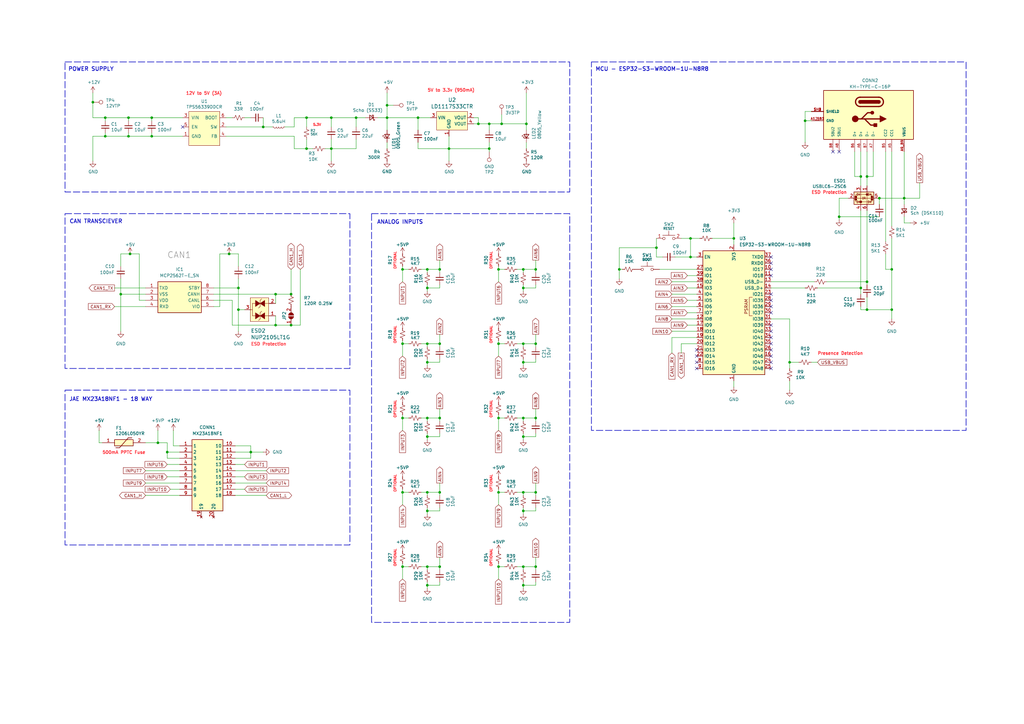
<source format=kicad_sch>
(kicad_sch (version 20231120) (generator "eeschema") (generator_version "8.0")
  (paper "A3")
  (title_block (title "ESP32-CANBOARD") (date "2025-05-09") (rev "2.0"))
  (junction (at 165.1 110.49))
  (junction (at 219.71 140.97))
  (junction (at 200.66 50.8))
  (junction (at 214.63 240.03))
  (junction (at 180.34 140.97))
  (junction (at 64.77 181.61))
  (junction (at 175.26 171.45))
  (junction (at 214.63 179.07))
  (junction (at 204.47 171.45))
  (junction (at 38.1 41.91))
  (junction (at 113.03 133.35))
  (junction (at 205.74 50.8))
  (junction (at 165.1 232.41))
  (junction (at 219.71 171.45))
  (junction (at 196.215 50.8))
  (junction (at 365.76 127))
  (junction (at 214.63 209.55))
  (junction (at 283.21 97.79))
  (junction (at 360.68 81.28))
  (junction (at 175.26 118.11))
  (junction (at 200.66 60.96))
  (junction (at 49.53 120.65))
  (junction (at 269.24 101.6))
  (junction (at 53.34 104.14))
  (junction (at 119.38 133.35))
  (junction (at 214.63 110.49))
  (junction (at 214.63 171.45))
  (junction (at 214.63 148.59))
  (junction (at 323.85 148.59))
  (junction (at 180.34 171.45))
  (junction (at 43.18 48.26))
  (junction (at 175.26 179.07))
  (junction (at 204.47 232.41))
  (junction (at 135.89 60.96))
  (junction (at 175.26 110.49))
  (junction (at 52.705 55.88))
  (junction (at 204.47 110.49))
  (junction (at 175.26 148.59))
  (junction (at 68.58 185.42))
  (junction (at 146.05 48.26))
  (junction (at 107.95 52.07))
  (junction (at 370.84 81.28))
  (junction (at 365.76 110.49))
  (junction (at 125.73 48.26))
  (junction (at 175.26 209.55))
  (junction (at 355.6 115.57))
  (junction (at 180.34 201.93))
  (junction (at 353.06 72.39))
  (junction (at 102.87 185.42))
  (junction (at 97.79 118.11))
  (junction (at 165.1 171.45))
  (junction (at 214.63 118.11))
  (junction (at 175.26 140.97))
  (junction (at 125.73 60.96))
  (junction (at 214.63 140.97))
  (junction (at 113.03 120.65))
  (junction (at 204.47 201.93))
  (junction (at 355.6 72.39))
  (junction (at 204.47 140.97))
  (junction (at 355.6 127))
  (junction (at 214.63 201.93))
  (junction (at 171.45 48.26))
  (junction (at 62.23 48.26))
  (junction (at 158.75 48.26))
  (junction (at 180.34 110.49))
  (junction (at 175.26 240.03))
  (junction (at 215.9 50.8))
  (junction (at 219.71 201.93))
  (junction (at 180.34 232.41))
  (junction (at 165.1 140.97))
  (junction (at 93.98 104.14))
  (junction (at 119.38 120.65))
  (junction (at 254 110.49))
  (junction (at 344.17 88.9))
  (junction (at 52.705 48.26))
  (junction (at 330.2 49.53))
  (junction (at 214.63 232.41))
  (junction (at 43.18 55.88))
  (junction (at 135.89 48.26))
  (junction (at 219.71 232.41))
  (junction (at 219.71 110.49))
  (junction (at 62.23 55.88))
  (junction (at 158.75 43.18))
  (junction (at 175.26 232.41))
  (junction (at 353.06 118.11))
  (junction (at 165.1 201.93))
  (junction (at 283.21 105.41))
  (junction (at 300.99 97.79))
  (junction (at 184.15 60.96))
  (junction (at 175.26 201.93))
  (junction (at 97.79 127))
  (no_connect (at 316.23 105.41))
  (no_connect (at 316.23 107.95))
  (no_connect (at 285.75 148.59))
  (no_connect (at 316.23 146.05))
  (no_connect (at 316.23 140.97))
  (no_connect (at 316.23 125.73))
  (no_connect (at 316.23 128.27))
  (no_connect (at 341.63 62.23))
  (no_connect (at 316.23 151.13))
  (no_connect (at 316.23 138.43))
  (no_connect (at 316.23 135.89))
  (no_connect (at 285.75 143.51))
  (no_connect (at 316.23 110.49))
  (no_connect (at 316.23 133.35))
  (no_connect (at 344.17 62.23))
  (no_connect (at 316.23 113.03))
  (no_connect (at 316.23 120.65))
  (no_connect (at 285.75 146.05))
  (no_connect (at 316.23 123.19))
  (no_connect (at 316.23 148.59))
  (no_connect (at 74.93 52.07))
  (no_connect (at 316.23 143.51))
  (no_connect (at 285.75 151.13))
  (wire (pts (xy 175.26 118.11) (xy 175.26 119.38)))
  (wire (pts (xy 353.06 86.36) (xy 353.06 118.11)))
  (wire (pts (xy 175.26 201.93) (xy 180.34 201.93)))
  (wire (pts (xy 165.1 110.49) (xy 167.64 110.49)))
  (wire (pts (xy 180.34 198.12) (xy 180.34 201.93)))
  (wire (pts (xy 219.71 228.6) (xy 219.71 232.41)))
  (wire (pts (xy 68.58 185.42) (xy 73.66 185.42)))
  (wire (pts (xy 120.65 48.26) (xy 120.65 52.07)))
  (wire (pts (xy 171.45 58.42) (xy 171.45 60.96)))
  (wire (pts (xy 165.1 207.01) (xy 165.1 201.93)))
  (wire (pts (xy 269.24 97.79) (xy 269.24 101.6)))
  (wire (pts (xy 59.69 198.12) (xy 73.66 198.12)))
  (wire (pts (xy 204.47 110.49) (xy 207.01 110.49)))
  (wire (pts (xy 219.71 167.64) (xy 219.71 171.45)))
  (wire (pts (xy 95.25 123.19) (xy 87.63 123.19)))
  (wire (pts (xy 363.22 62.23) (xy 363.22 99.06)))
  (wire (pts (xy 96.52 203.2) (xy 109.22 203.2)))
  (wire (pts (xy 52.705 49.53) (xy 52.705 48.26)))
  (wire (pts (xy 90.17 104.14) (xy 90.17 125.73)))
  (wire (pts (xy 365.76 62.23) (xy 365.76 92.71)))
  (wire (pts (xy 214.63 171.45) (xy 219.71 171.45)))
  (wire (pts (xy 204.47 201.93) (xy 207.01 201.93)))
  (wire (pts (xy 171.45 48.26) (xy 176.53 48.26)))
  (wire (pts (xy 43.18 55.88) (xy 38.1 55.88)))
  (wire (pts (xy 214.63 148.59) (xy 214.63 149.86)))
  (wire (pts (xy 135.89 60.96) (xy 146.05 60.96)))
  (wire (pts (xy 355.6 86.36) (xy 355.6 115.57)))
  (wire (pts (xy 215.9 60.96) (xy 215.9 58.42)))
  (wire (pts (xy 41.91 181.61) (xy 40.64 181.61)))
  (wire (pts (xy 377.19 74.93) (xy 377.19 81.28)))
  (wire (pts (xy 219.71 177.8) (xy 219.71 179.07)))
  (wire (pts (xy 184.15 55.88) (xy 184.15 60.96)))
  (wire (pts (xy 59.69 203.2) (xy 73.66 203.2)))
  (wire (pts (xy 62.23 54.61) (xy 62.23 55.88)))
  (wire (pts (xy 205.74 46.99) (xy 205.74 50.8)))
  (wire (pts (xy 172.72 201.93) (xy 175.26 201.93)))
  (wire (pts (xy 180.34 116.84) (xy 180.34 118.11)))
  (wire (pts (xy 283.21 97.79) (xy 283.21 105.41)))
  (wire (pts (xy 59.69 120.65) (xy 49.53 120.65)))
  (wire (pts (xy 283.21 97.79) (xy 287.02 97.79)))
  (wire (pts (xy 133.35 60.96) (xy 135.89 60.96)))
  (wire (pts (xy 64.77 176.53) (xy 64.77 181.61)))
  (wire (pts (xy 96.52 185.42) (xy 102.87 185.42)))
  (wire (pts (xy 96.52 198.12) (xy 109.22 198.12)))
  (wire (pts (xy 107.95 48.26) (xy 107.95 52.07)))
  (wire (pts (xy 158.75 43.18) (xy 158.75 48.26)))
  (wire (pts (xy 219.71 142.24) (xy 219.71 140.97)))
  (wire (pts (xy 135.89 57.15) (xy 135.89 60.96)))
  (wire (pts (xy 175.26 203.2) (xy 175.26 201.93)))
  (wire (pts (xy 43.18 49.53) (xy 43.18 48.26)))
  (wire (pts (xy 113.03 129.54) (xy 113.03 133.35)))
  (wire (pts (xy 68.58 195.58) (xy 73.66 195.58)))
  (wire (pts (xy 344.17 90.17) (xy 344.17 88.9)))
  (wire (pts (xy 180.34 142.24) (xy 180.34 140.97)))
  (wire (pts (xy 69.85 200.66) (xy 73.66 200.66)))
  (wire (pts (xy 316.23 118.11) (xy 330.2 118.11)))
  (wire (pts (xy 175.26 140.97) (xy 180.34 140.97)))
  (wire (pts (xy 165.1 176.53) (xy 165.1 171.45)))
  (wire (pts (xy 214.63 118.11) (xy 214.63 119.38)))
  (wire (pts (xy 102.87 187.96) (xy 102.87 185.42)))
  (wire (pts (xy 165.1 231.14) (xy 165.1 232.41)))
  (wire (pts (xy 281.94 123.19) (xy 285.75 123.19)))
  (wire (pts (xy 204.47 232.41) (xy 207.01 232.41)))
  (wire (pts (xy 87.63 118.11) (xy 97.79 118.11)))
  (wire (pts (xy 214.63 209.55) (xy 214.63 210.82)))
  (wire (pts (xy 180.34 172.72) (xy 180.34 171.45)))
  (wire (pts (xy 365.76 127) (xy 355.6 127)))
  (wire (pts (xy 353.06 125.73) (xy 353.06 127)))
  (wire (pts (xy 180.34 179.07) (xy 175.26 179.07)))
  (wire (pts (xy 214.63 233.68) (xy 214.63 232.41)))
  (wire (pts (xy 196.215 48.26) (xy 196.215 50.8)))
  (wire (pts (xy 373.38 91.44) (xy 370.84 91.44)))
  (wire (pts (xy 59.69 123.19) (xy 57.15 123.19)))
  (wire (pts (xy 180.34 137.16) (xy 180.34 140.97)))
  (wire (pts (xy 175.26 110.49) (xy 180.34 110.49)))
  (wire (pts (xy 219.71 116.84) (xy 219.71 118.11)))
  (wire (pts (xy 46.99 118.11) (xy 59.69 118.11)))
  (wire (pts (xy 219.71 137.16) (xy 219.71 140.97)))
  (wire (pts (xy 43.18 48.26) (xy 52.705 48.26)))
  (wire (pts (xy 125.73 57.15) (xy 125.73 60.96)))
  (wire (pts (xy 350.52 72.39) (xy 353.06 72.39)))
  (wire (pts (xy 175.26 171.45) (xy 180.34 171.45)))
  (wire (pts (xy 123.19 110.49) (xy 123.19 133.35)))
  (wire (pts (xy 200.66 50.8) (xy 200.66 53.34)))
  (wire (pts (xy 219.71 179.07) (xy 214.63 179.07)))
  (wire (pts (xy 172.72 171.45) (xy 175.26 171.45)))
  (wire (pts (xy 87.63 125.73) (xy 90.17 125.73)))
  (wire (pts (xy 158.75 48.26) (xy 158.75 53.34)))
  (wire (pts (xy 68.58 187.96) (xy 73.66 187.96)))
  (wire (pts (xy 43.18 54.61) (xy 43.18 55.88)))
  (wire (pts (xy 254 101.6) (xy 269.24 101.6)))
  (wire (pts (xy 214.63 208.28) (xy 214.63 209.55)))
  (wire (pts (xy 269.24 105.41) (xy 271.78 105.41)))
  (wire (pts (xy 214.63 116.84) (xy 214.63 118.11)))
  (wire (pts (xy 38.1 48.26) (xy 38.1 41.91)))
  (wire (pts (xy 165.1 140.97) (xy 167.64 140.97)))
  (wire (pts (xy 344.17 81.28) (xy 347.98 81.28)))
  (wire (pts (xy 200.66 60.96) (xy 200.66 62.23)))
  (wire (pts (xy 180.34 147.32) (xy 180.34 148.59)))
  (wire (pts (xy 184.15 60.96) (xy 200.66 60.96)))
  (wire (pts (xy 212.09 140.97) (xy 214.63 140.97)))
  (wire (pts (xy 214.63 177.8) (xy 214.63 179.07)))
  (wire (pts (xy 281.94 118.11) (xy 285.75 118.11)))
  (wire (pts (xy 165.1 237.49) (xy 165.1 232.41)))
  (wire (pts (xy 335.28 118.11) (xy 353.06 118.11)))
  (wire (pts (xy 219.71 209.55) (xy 214.63 209.55)))
  (wire (pts (xy 57.15 123.19) (xy 57.15 104.14)))
  (wire (pts (xy 90.17 104.14) (xy 93.98 104.14)))
  (wire (pts (xy 165.1 171.45) (xy 167.64 171.45)))
  (wire (pts (xy 119.38 133.35) (xy 123.19 133.35)))
  (wire (pts (xy 355.6 72.39) (xy 355.6 76.2)))
  (wire (pts (xy 165.1 201.93) (xy 167.64 201.93)))
  (wire (pts (xy 62.23 49.53) (xy 62.23 48.26)))
  (wire (pts (xy 214.63 201.93) (xy 219.71 201.93)))
  (wire (pts (xy 175.26 209.55) (xy 175.26 210.82)))
  (wire (pts (xy 300.99 97.79) (xy 300.99 100.33)))
  (wire (pts (xy 204.47 176.53) (xy 204.47 171.45)))
  (wire (pts (xy 97.79 104.14) (xy 97.79 109.22)))
  (wire (pts (xy 62.23 55.88) (xy 74.93 55.88)))
  (wire (pts (xy 332.74 148.59) (xy 335.28 148.59)))
  (wire (pts (xy 275.59 125.73) (xy 285.75 125.73)))
  (wire (pts (xy 275.59 138.43) (xy 285.75 138.43)))
  (wire (pts (xy 96.52 187.96) (xy 102.87 187.96)))
  (wire (pts (xy 323.85 156.21) (xy 323.85 160.02)))
  (wire (pts (xy 214.63 179.07) (xy 214.63 180.34)))
  (wire (pts (xy 365.76 127) (xy 365.76 130.81)))
  (wire (pts (xy 254 110.49) (xy 254 114.3)))
  (wire (pts (xy 200.66 50.8) (xy 205.74 50.8)))
  (wire (pts (xy 215.9 50.8) (xy 205.74 50.8)))
  (wire (pts (xy 365.76 110.49) (xy 365.76 127)))
  (wire (pts (xy 194.31 50.8) (xy 196.215 50.8)))
  (wire (pts (xy 97.79 118.11) (xy 97.79 127)))
  (wire (pts (xy 172.72 110.49) (xy 175.26 110.49)))
  (wire (pts (xy 52.705 54.61) (xy 52.705 55.88)))
  (wire (pts (xy 49.53 104.14) (xy 49.53 109.22)))
  (wire (pts (xy 292.1 97.79) (xy 300.99 97.79)))
  (wire (pts (xy 68.58 181.61) (xy 64.77 181.61)))
  (wire (pts (xy 219.71 198.12) (xy 219.71 201.93)))
  (wire (pts (xy 276.86 105.41) (xy 283.21 105.41)))
  (wire (pts (xy 125.73 52.07) (xy 125.73 48.26)))
  (wire (pts (xy 125.73 60.96) (xy 128.27 60.96)))
  (wire (pts (xy 180.34 177.8) (xy 180.34 179.07)))
  (wire (pts (xy 363.22 110.49) (xy 365.76 110.49)))
  (wire (pts (xy 158.75 38.1) (xy 158.75 43.18)))
  (wire (pts (xy 116.84 52.07) (xy 120.65 52.07)))
  (wire (pts (xy 158.75 48.26) (xy 171.45 48.26)))
  (wire (pts (xy 214.63 142.24) (xy 214.63 140.97)))
  (wire (pts (xy 96.52 190.5) (xy 100.33 190.5)))
  (wire (pts (xy 204.47 207.01) (xy 204.47 201.93)))
  (wire (pts (xy 92.71 48.26) (xy 95.25 48.26)))
  (wire (pts (xy 281.94 133.35) (xy 285.75 133.35)))
  (wire (pts (xy 175.26 147.32) (xy 175.26 148.59)))
  (wire (pts (xy 92.71 55.88) (xy 120.65 55.88)))
  (wire (pts (xy 119.38 120.65) (xy 113.03 120.65)))
  (wire (pts (xy 360.68 81.28) (xy 360.68 83.82)))
  (wire (pts (xy 180.34 167.64) (xy 180.34 171.45)))
  (wire (pts (xy 96.52 193.04) (xy 109.22 193.04)))
  (wire (pts (xy 370.84 91.44) (xy 370.84 88.9)))
  (wire (pts (xy 165.1 200.66) (xy 165.1 201.93)))
  (wire (pts (xy 165.1 139.7) (xy 165.1 140.97)))
  (wire (pts (xy 300.99 156.21) (xy 300.99 158.75)))
  (wire (pts (xy 196.215 50.8) (xy 200.66 50.8)))
  (wire (pts (xy 57.15 104.14) (xy 53.34 104.14)))
  (wire (pts (xy 255.27 110.49) (xy 254 110.49)))
  (wire (pts (xy 330.2 49.53) (xy 330.2 58.42)))
  (wire (pts (xy 219.71 111.76) (xy 219.71 110.49)))
  (wire (pts (xy 38.1 55.88) (xy 38.1 66.04)))
  (wire (pts (xy 330.2 45.72) (xy 332.74 45.72)))
  (wire (pts (xy 377.19 81.28) (xy 370.84 81.28)))
  (wire (pts (xy 180.34 148.59) (xy 175.26 148.59)))
  (wire (pts (xy 219.71 203.2) (xy 219.71 201.93)))
  (wire (pts (xy 330.2 45.72) (xy 330.2 49.53)))
  (wire (pts (xy 97.79 127) (xy 100.33 127)))
  (wire (pts (xy 212.09 201.93) (xy 214.63 201.93)))
  (wire (pts (xy 175.26 148.59) (xy 175.26 149.86)))
  (wire (pts (xy 180.34 111.76) (xy 180.34 110.49)))
  (wire (pts (xy 180.34 118.11) (xy 175.26 118.11)))
  (wire (pts (xy 180.34 233.68) (xy 180.34 232.41)))
  (wire (pts (xy 214.63 110.49) (xy 219.71 110.49)))
  (wire (pts (xy 161.29 43.18) (xy 158.75 43.18)))
  (wire (pts (xy 370.84 62.23) (xy 370.84 81.28)))
  (wire (pts (xy 214.63 238.76) (xy 214.63 240.03)))
  (wire (pts (xy 214.63 240.03) (xy 214.63 241.3)))
  (wire (pts (xy 171.45 48.26) (xy 171.45 53.34)))
  (wire (pts (xy 96.52 200.66) (xy 100.33 200.66)))
  (wire (pts (xy 175.26 177.8) (xy 175.26 179.07)))
  (wire (pts (xy 214.63 203.2) (xy 214.63 201.93)))
  (wire (pts (xy 59.69 193.04) (xy 73.66 193.04)))
  (wire (pts (xy 204.47 237.49) (xy 204.47 232.41)))
  (wire (pts (xy 175.26 238.76) (xy 175.26 240.03)))
  (wire (pts (xy 180.34 240.03) (xy 175.26 240.03)))
  (wire (pts (xy 180.34 106.68) (xy 180.34 110.49)))
  (wire (pts (xy 95.25 133.35) (xy 113.03 133.35)))
  (wire (pts (xy 339.09 115.57) (xy 355.6 115.57)))
  (wire (pts (xy 275.59 130.81) (xy 285.75 130.81)))
  (wire (pts (xy 175.26 116.84) (xy 175.26 118.11)))
  (wire (pts (xy 113.03 133.35) (xy 119.38 133.35)))
  (wire (pts (xy 96.52 195.58) (xy 100.33 195.58)))
  (wire (pts (xy 350.52 62.23) (xy 350.52 72.39)))
  (wire (pts (xy 97.79 127) (xy 97.79 135.89)))
  (wire (pts (xy 279.4 97.79) (xy 283.21 97.79)))
  (wire (pts (xy 344.17 88.9) (xy 360.68 88.9)))
  (wire (pts (xy 46.99 125.73) (xy 59.69 125.73)))
  (wire (pts (xy 71.12 182.88) (xy 73.66 182.88)))
  (wire (pts (xy 204.47 140.97) (xy 207.01 140.97)))
  (wire (pts (xy 165.1 146.05) (xy 165.1 140.97)))
  (wire (pts (xy 269.24 101.6) (xy 269.24 105.41)))
  (wire (pts (xy 254 110.49) (xy 254 101.6)))
  (wire (pts (xy 215.9 38.1) (xy 215.9 50.8)))
  (wire (pts (xy 172.72 232.41) (xy 175.26 232.41)))
  (wire (pts (xy 175.26 111.76) (xy 175.26 110.49)))
  (wire (pts (xy 38.1 41.91) (xy 38.1 38.1)))
  (wire (pts (xy 204.47 139.7) (xy 204.47 140.97)))
  (wire (pts (xy 353.06 72.39) (xy 353.06 76.2)))
  (wire (pts (xy 212.09 110.49) (xy 214.63 110.49)))
  (wire (pts (xy 146.05 57.15) (xy 146.05 60.96)))
  (wire (pts (xy 120.65 60.96) (xy 125.73 60.96)))
  (wire (pts (xy 212.09 171.45) (xy 214.63 171.45)))
  (wire (pts (xy 358.14 62.23) (xy 358.14 72.39)))
  (wire (pts (xy 323.85 148.59) (xy 327.66 148.59)))
  (wire (pts (xy 175.26 142.24) (xy 175.26 140.97)))
  (wire (pts (xy 219.71 106.68) (xy 219.71 110.49)))
  (wire (pts (xy 214.63 232.41) (xy 219.71 232.41)))
  (wire (pts (xy 120.65 48.26) (xy 125.73 48.26)))
  (wire (pts (xy 200.66 58.42) (xy 200.66 60.96)))
  (wire (pts (xy 204.47 171.45) (xy 207.01 171.45)))
  (wire (pts (xy 215.9 53.34) (xy 215.9 50.8)))
  (wire (pts (xy 165.1 115.57) (xy 165.1 110.49)))
  (wire (pts (xy 107.95 52.07) (xy 111.76 52.07)))
  (wire (pts (xy 180.34 238.76) (xy 180.34 240.03)))
  (wire (pts (xy 323.85 130.81) (xy 323.85 148.59)))
  (wire (pts (xy 68.58 190.5) (xy 73.66 190.5)))
  (wire (pts (xy 279.4 140.97) (xy 285.75 140.97)))
  (wire (pts (xy 281.94 128.27) (xy 285.75 128.27)))
  (wire (pts (xy 353.06 62.23) (xy 353.06 72.39)))
  (wire (pts (xy 360.68 81.28) (xy 370.84 81.28)))
  (wire (pts (xy 275.59 115.57) (xy 285.75 115.57)))
  (wire (pts (xy 113.03 120.65) (xy 113.03 124.46)))
  (wire (pts (xy 204.47 146.05) (xy 204.47 140.97)))
  (wire (pts (xy 165.1 109.22) (xy 165.1 110.49)))
  (wire (pts (xy 40.64 176.53) (xy 40.64 181.61)))
  (wire (pts (xy 180.34 209.55) (xy 175.26 209.55)))
  (wire (pts (xy 96.52 182.88) (xy 102.87 182.88)))
  (wire (pts (xy 214.63 111.76) (xy 214.63 110.49)))
  (wire (pts (xy 214.63 140.97) (xy 219.71 140.97)))
  (wire (pts (xy 219.71 148.59) (xy 214.63 148.59)))
  (wire (pts (xy 68.58 185.42) (xy 68.58 187.96)))
  (wire (pts (xy 175.26 172.72) (xy 175.26 171.45)))
  (wire (pts (xy 125.73 48.26) (xy 135.89 48.26)))
  (wire (pts (xy 175.26 232.41) (xy 180.34 232.41)))
  (wire (pts (xy 219.71 208.28) (xy 219.71 209.55)))
  (wire (pts (xy 68.58 185.42) (xy 68.58 181.61)))
  (wire (pts (xy 49.53 120.65) (xy 49.53 135.89)))
  (wire (pts (xy 52.705 48.26) (xy 62.23 48.26)))
  (wire (pts (xy 135.89 48.26) (xy 146.05 48.26)))
  (wire (pts (xy 71.12 182.88) (xy 71.12 176.53)))
  (wire (pts (xy 353.06 127) (xy 355.6 127)))
  (wire (pts (xy 180.34 208.28) (xy 180.34 209.55)))
  (wire (pts (xy 219.71 147.32) (xy 219.71 148.59)))
  (wire (pts (xy 283.21 105.41) (xy 285.75 105.41)))
  (wire (pts (xy 275.59 120.65) (xy 285.75 120.65)))
  (wire (pts (xy 275.59 135.89) (xy 285.75 135.89)))
  (wire (pts (xy 171.45 60.96) (xy 184.15 60.96)))
  (wire (pts (xy 344.17 88.9) (xy 344.17 81.28)))
  (wire (pts (xy 204.47 115.57) (xy 204.47 110.49)))
  (wire (pts (xy 184.15 60.96) (xy 184.15 66.04)))
  (wire (pts (xy 204.47 109.22) (xy 204.47 110.49)))
  (wire (pts (xy 165.1 232.41) (xy 167.64 232.41)))
  (wire (pts (xy 212.09 232.41) (xy 214.63 232.41)))
  (wire (pts (xy 219.71 233.68) (xy 219.71 232.41)))
  (wire (pts (xy 102.87 185.42) (xy 107.95 185.42)))
  (wire (pts (xy 135.89 52.07) (xy 135.89 48.26)))
  (wire (pts (xy 214.63 172.72) (xy 214.63 171.45)))
  (wire (pts (xy 102.87 182.88) (xy 102.87 185.42)))
  (wire (pts (xy 363.22 104.14) (xy 363.22 110.49)))
  (wire (pts (xy 175.26 179.07) (xy 175.26 180.34)))
  (wire (pts (xy 204.47 170.18) (xy 204.47 171.45)))
  (wire (pts (xy 93.98 104.14) (xy 97.79 104.14)))
  (wire (pts (xy 146.05 48.26) (xy 149.86 48.26)))
  (wire (pts (xy 175.26 208.28) (xy 175.26 209.55)))
  (wire (pts (xy 49.53 114.3) (xy 49.53 120.65)))
  (wire (pts (xy 204.47 200.66) (xy 204.47 201.93)))
  (wire (pts (xy 180.34 228.6) (xy 180.34 232.41)))
  (wire (pts (xy 358.14 72.39) (xy 355.6 72.39)))
  (wire (pts (xy 87.63 120.65) (xy 113.03 120.65)))
  (wire (pts (xy 92.71 52.07) (xy 107.95 52.07)))
  (wire (pts (xy 219.71 118.11) (xy 214.63 118.11)))
  (wire (pts (xy 180.34 203.2) (xy 180.34 201.93)))
  (wire (pts (xy 43.18 48.26) (xy 38.1 48.26)))
  (wire (pts (xy 204.47 231.14) (xy 204.47 232.41)))
  (wire (pts (xy 330.2 49.53) (xy 332.74 49.53)))
  (wire (pts (xy 158.75 58.42) (xy 158.75 60.96)))
  (wire (pts (xy 219.71 172.72) (xy 219.71 171.45)))
  (wire (pts (xy 146.05 48.26) (xy 146.05 52.07)))
  (wire (pts (xy 120.65 55.88) (xy 120.65 60.96)))
  (wire (pts (xy 214.63 147.32) (xy 214.63 148.59)))
  (wire (pts (xy 316.23 130.81) (xy 323.85 130.81)))
  (wire (pts (xy 97.79 114.3) (xy 97.79 118.11)))
  (wire (pts (xy 270.51 110.49) (xy 285.75 110.49)))
  (wire (pts (xy 353.06 118.11) (xy 353.06 120.65)))
  (wire (pts (xy 53.34 104.14) (xy 49.53 104.14)))
  (wire (pts (xy 172.72 140.97) (xy 175.26 140.97)))
  (wire (pts (xy 52.705 55.88) (xy 62.23 55.88)))
  (wire (pts (xy 175.26 240.03) (xy 175.26 241.3)))
  (wire (pts (xy 175.26 233.68) (xy 175.26 232.41)))
  (wire (pts (xy 355.6 115.57) (xy 355.6 116.84)))
  (wire (pts (xy 100.33 48.26) (xy 102.87 48.26)))
  (wire (pts (xy 43.18 55.88) (xy 52.705 55.88)))
  (wire (pts (xy 355.6 62.23) (xy 355.6 72.39)))
  (wire (pts (xy 355.6 121.92) (xy 355.6 127)))
  (wire (pts (xy 323.85 151.13) (xy 323.85 148.59)))
  (wire (pts (xy 279.4 144.78) (xy 279.4 140.97)))
  (wire (pts (xy 194.31 48.26) (xy 196.215 48.26)))
  (wire (pts (xy 95.25 133.35) (xy 95.25 123.19)))
  (wire (pts (xy 316.23 115.57) (xy 334.01 115.57)))
  (wire (pts (xy 165.1 170.18) (xy 165.1 171.45)))
  (wire (pts (xy 275.59 144.78) (xy 275.59 138.43)))
  (wire (pts (xy 74.93 48.26) (xy 62.23 48.26)))
  (wire (pts (xy 135.89 60.96) (xy 135.89 66.04)))
  (wire (pts (xy 365.76 97.79) (xy 365.76 110.49)))
  (wire (pts (xy 300.99 91.44) (xy 300.99 97.79)))
  (wire (pts (xy 219.71 240.03) (xy 214.63 240.03)))
  (wire (pts (xy 281.94 113.03) (xy 285.75 113.03)))
  (wire (pts (xy 370.84 81.28) (xy 370.84 83.82)))
  (wire (pts (xy 64.77 181.61) (xy 59.69 181.61)))
  (wire (pts (xy 119.38 110.49) (xy 119.38 120.65)))
  (wire (pts (xy 219.71 238.76) (xy 219.71 240.03)))
  (wire (pts (xy 154.94 48.26) (xy 158.75 48.26)))
  (rectangle (start 26.67 160.02) (end 143.51 223.52) (stroke (width 0.25) (type dash)))
  (rectangle (start 26.67 87.63) (end 143.51 151.13) (stroke (width 0.25) (type dash)))
  (rectangle (start 152.4 87.63) (end 233.68 255.27) (stroke (width 0.25) (type dash)))
  (rectangle (start 242.57 25.4) (end 396.24 176.53) (stroke (width 0.25) (type dash)))
  (rectangle (start 26.67 25.4) (end 233.68 78.74) (stroke (width 0.25) (type dash)))
  (text "JAE MX23A18NF1 - 18 WAY" (at 45.466 163.83 0) (effects (font (size 1.6 1.6) (thickness 0.254) (bold yes))))
  (text "MCU - ESP32-S3-WROOM-1U-N8R8" (at 267.462 28.448 0) (effects (font (size 1.6 1.6) (thickness 0.254) (bold yes))))
  (text "ANALOG INPUTS" (at 164.084 91.186 0) (effects (font (size 1.6 1.6) (thickness 0.254) (bold yes))))
  (text "POWER SUPPLY" (at 37.338 28.448 0) (effects (font (size 1.6 1.6) (thickness 0.254) (bold yes))))
  (text "CAN TRANSCIEVER" (at 39.37 90.932 0) (effects (font (size 1.6 1.6) (thickness 0.254) (bold yes))))
  (label "500mA PPTC Fuse" (at 41.91 186.69 0) (effects (font (thickness 0.254) (bold yes))))
  (label "12V to 5V (3A)" (at 76.2 39.37 0) (effects (font (thickness 0.254) (bold yes))))
  (label "5V to 3.3v (950mA)" (at 175.26 38.1 0) (effects (font (thickness 0.254) (bold yes))))
  (label "Presence Detection" (at 335.28 146.05 0) (effects (font (thickness 0.254) (bold yes))))
  (label "CAN1" (at 68.58 106.68 0) (effects (font (size 2.5 2.5))))
  (label "ESD Protection" (at 332.74 80.01 0) (effects (font (thickness 0.254) (bold yes))))
  (label "5.3V" (at 128.27 52.07 0) (effects (font (size 1 1) (thickness 0.254) (bold yes))))
  (label "ESD Protection" (at 102.87 142.24 0) (effects (font (thickness 0.254) (bold yes))))
  (global_label "CAN1_RX" (shape input) (at 275.59 144.78 270) (property "Intersheetrefs" "${INTERSHEET_REFS}" (effects (hide yes))))
  (global_label "CAN1_H" (shape bidirectional) (at 119.38 110.49 90) (property "Intersheetrefs" "${INTERSHEET_REFS}" (effects (hide yes))))
  (global_label "INPUT7" (shape input) (at 204.47 146.05 270) (property "Intersheetrefs" "${INTERSHEET_REFS}" (effects (hide yes))))
  (global_label "INPUT10" (shape input) (at 204.47 237.49 270) (property "Intersheetrefs" "${INTERSHEET_REFS}" (effects (hide yes))))
  (global_label "USB_VBUS" (shape output) (at 377.19 74.93 90) (property "Intersheetrefs" "${INTERSHEET_REFS}" (effects (hide yes))))
  (global_label "CAN1_TX" (shape output) (at 279.4 144.78 270) (property "Intersheetrefs" "${INTERSHEET_REFS}" (effects (hide yes))))
  (global_label "AIN10" (shape output) (at 219.71 228.6 90) (property "Intersheetrefs" "${INTERSHEET_REFS}" (effects (hide yes))))
  (global_label "AIN10" (shape input) (at 275.59 135.89 180) (property "Intersheetrefs" "${INTERSHEET_REFS}" (effects (hide yes))))
  (global_label "INPUT6" (shape input) (at 204.47 115.57 270) (property "Intersheetrefs" "${INTERSHEET_REFS}" (effects (hide yes))))
  (global_label "INPUT1" (shape input) (at 100.33 190.5 0) (property "Intersheetrefs" "${INTERSHEET_REFS}" (effects (hide yes))))
  (global_label "AIN7" (shape input) (at 281.94 128.27 180) (property "Intersheetrefs" "${INTERSHEET_REFS}" (effects (hide yes))))
  (global_label "AIN6" (shape input) (at 275.59 125.73 180) (property "Intersheetrefs" "${INTERSHEET_REFS}" (effects (hide yes))))
  (global_label "INPUT1" (shape input) (at 165.1 115.57 270) (property "Intersheetrefs" "${INTERSHEET_REFS}" (effects (hide yes))))
  (global_label "INPUT5" (shape input) (at 165.1 237.49 270) (property "Intersheetrefs" "${INTERSHEET_REFS}" (effects (hide yes))))
  (global_label "AIN2" (shape input) (at 275.59 115.57 180) (property "Intersheetrefs" "${INTERSHEET_REFS}" (effects (hide yes))))
  (global_label "AIN8" (shape input) (at 275.59 130.81 180) (property "Intersheetrefs" "${INTERSHEET_REFS}" (effects (hide yes))))
  (global_label "AIN9" (shape input) (at 281.94 133.35 180) (property "Intersheetrefs" "${INTERSHEET_REFS}" (effects (hide yes))))
  (global_label "INPUT10" (shape input) (at 69.85 200.66 180) (property "Intersheetrefs" "${INTERSHEET_REFS}" (effects (hide yes))))
  (global_label "INPUT8" (shape input) (at 204.47 176.53 270) (property "Intersheetrefs" "${INTERSHEET_REFS}" (effects (hide yes))))
  (global_label "INPUT3" (shape input) (at 165.1 176.53 270) (property "Intersheetrefs" "${INTERSHEET_REFS}" (effects (hide yes))))
  (global_label "AIN1" (shape output) (at 180.34 106.68 90) (property "Intersheetrefs" "${INTERSHEET_REFS}" (effects (hide yes))))
  (global_label "CAN1_H" (shape bidirectional) (at 59.69 203.2 180) (property "Intersheetrefs" "${INTERSHEET_REFS}" (effects (hide yes))))
  (global_label "INPUT4" (shape input) (at 165.1 207.01 270) (property "Intersheetrefs" "${INTERSHEET_REFS}" (effects (hide yes))))
  (global_label "INPUT7" (shape input) (at 59.69 193.04 180) (property "Intersheetrefs" "${INTERSHEET_REFS}" (effects (hide yes))))
  (global_label "INPUT8" (shape input) (at 68.58 195.58 180) (property "Intersheetrefs" "${INTERSHEET_REFS}" (effects (hide yes))))
  (global_label "AIN2" (shape output) (at 180.34 137.16 90) (property "Intersheetrefs" "${INTERSHEET_REFS}" (effects (hide yes))))
  (global_label "INPUT9" (shape input) (at 204.47 207.01 270) (property "Intersheetrefs" "${INTERSHEET_REFS}" (effects (hide yes))))
  (global_label "INPUT2" (shape input) (at 109.22 193.04 0) (property "Intersheetrefs" "${INTERSHEET_REFS}" (effects (hide yes))))
  (global_label "AIN4" (shape input) (at 275.59 120.65 180) (property "Intersheetrefs" "${INTERSHEET_REFS}" (effects (hide yes))))
  (global_label "AIN7" (shape output) (at 219.71 137.16 90) (property "Intersheetrefs" "${INTERSHEET_REFS}" (effects (hide yes))))
  (global_label "CAN1_RX" (shape input) (at 46.99 125.73 180) (property "Intersheetrefs" "${INTERSHEET_REFS}" (effects (hide yes))))
  (global_label "INPUT3" (shape input) (at 100.33 195.58 0) (property "Intersheetrefs" "${INTERSHEET_REFS}" (effects (hide yes))))
  (global_label "INPUT6" (shape input) (at 68.58 190.5 180) (property "Intersheetrefs" "${INTERSHEET_REFS}" (effects (hide yes))))
  (global_label "AIN6" (shape output) (at 219.71 106.68 90) (property "Intersheetrefs" "${INTERSHEET_REFS}" (effects (hide yes))))
  (global_label "INPUT5" (shape input) (at 100.33 200.66 0) (property "Intersheetrefs" "${INTERSHEET_REFS}" (effects (hide yes))))
  (global_label "CAN1_L" (shape bidirectional) (at 123.19 110.49 90) (property "Intersheetrefs" "${INTERSHEET_REFS}" (effects (hide yes))))
  (global_label "INPUT9" (shape input) (at 59.69 198.12 180) (property "Intersheetrefs" "${INTERSHEET_REFS}" (effects (hide yes))))
  (global_label "AIN1" (shape input) (at 281.94 113.03 180) (property "Intersheetrefs" "${INTERSHEET_REFS}" (effects (hide yes))))
  (global_label "INPUT4" (shape input) (at 109.22 198.12 0) (property "Intersheetrefs" "${INTERSHEET_REFS}" (effects (hide yes))))
  (global_label "CAN1_TX" (shape output) (at 46.99 118.11 180) (property "Intersheetrefs" "${INTERSHEET_REFS}" (effects (hide yes))))
  (global_label "USB_VBUS" (shape input) (at 335.28 148.59 0) (property "Intersheetrefs" "${INTERSHEET_REFS}" (effects (hide yes))))
  (global_label "AIN3" (shape output) (at 180.34 167.64 90) (property "Intersheetrefs" "${INTERSHEET_REFS}" (effects (hide yes))))
  (global_label "INPUT2" (shape input) (at 165.1 146.05 270) (property "Intersheetrefs" "${INTERSHEET_REFS}" (effects (hide yes))))
  (global_label "AIN3" (shape input) (at 281.94 118.11 180) (property "Intersheetrefs" "${INTERSHEET_REFS}" (effects (hide yes))))
  (global_label "AIN4" (shape output) (at 180.34 198.12 90) (property "Intersheetrefs" "${INTERSHEET_REFS}" (effects (hide yes))))
  (global_label "AIN8" (shape output) (at 219.71 167.64 90) (property "Intersheetrefs" "${INTERSHEET_REFS}" (effects (hide yes))))
  (global_label "AIN5" (shape input) (at 281.94 123.19 180) (property "Intersheetrefs" "${INTERSHEET_REFS}" (effects (hide yes))))
  (global_label "CAN1_L" (shape bidirectional) (at 109.22 203.2 0) (property "Intersheetrefs" "${INTERSHEET_REFS}" (effects (hide yes))))
  (global_label "AIN5" (shape output) (at 180.34 228.6 90) (property "Intersheetrefs" "${INTERSHEET_REFS}" (effects (hide yes))))
  (global_label "AIN9" (shape output) (at 219.71 198.12 90) (property "Intersheetrefs" "${INTERSHEET_REFS}" (effects (hide yes))))
  (symbol (lib_id "1206L050YR:1206L050YR") (at 41.91 181.61 0) (unit 1)
    (property "Reference" "F1" (at 48.768 175.514 0))
    (property "Value" "1206L050YR" (at 53.34 177.8 0))
    (property "Footprint" "1206L050YR:1206L05015YR" (effects (hide yes)))
    (property "Datasheet" "https://m.littelfuse.com/~/media/electronics/datasheets/resettable_ptcs/littelfuse_ptc_1206l_datasheet.pdf.pdf" (effects (hide yes)))
    (property "Description" "Resettable POLYFUSE 100A 6V Littelfuse 0.5A Surface Mount Resettable Fuse, 6 V dc" (effects (hide yes)))
    (property "Height" "0.75" (effects (hide yes)))
    (property "Mouser Part Number" "576-1206L050YR" (effects (hide yes)))
    (property "Mouser Price/Stock" "https://www.mouser.co.uk/ProductDetail/Littelfuse/1206L050YR?qs=PWhpLWeW8wckT8hV5jLiAA%3D%3D" (effects (hide yes)))
    (property "Manufacturer_Name" "LITTELFUSE" (effects (hide yes)))
    (property "Manufacturer_Part_Number" "1206L050YR" (effects (hide yes)))
  )
  (symbol (lib_id "Device:R_Small_US") (at 170.18 232.41 270) (unit 1)
    (property "Reference" "R28" (at 170.18 228.092 90))
    (property "Value" "4K7" (at 170.307 229.997 90))
    (property "Footprint" "Resistor_SMD:R_0805_2012Metric" (effects (hide yes)))
    (property "Description" "Resistor, small US symbol" (effects (hide yes)))
    (property "LCSC" "C17673" (effects (hide yes)))
  )
  (symbol (lib_id "Device:R_Small_US") (at 170.18 110.49 270) (unit 1)
    (property "Reference" "R15" (at 170.18 106.172 90))
    (property "Value" "4K7" (at 170.307 108.077 90))
    (property "Footprint" "Resistor_SMD:R_0805_2012Metric" (effects (hide yes)))
    (property "Description" "Resistor, small US symbol" (effects (hide yes)))
    (property "LCSC" "C17673" (effects (hide yes)))
  )
  (symbol (lib_id "power:GND") (at 184.15 66.04 0) (unit 1)
    (property "Reference" "#PWR06" (effects (hide yes)))
    (property "Value" "GND" (at 184.277 70.4342 0))
  )
  (symbol (lib_id "Device:R_Small_US") (at 175.26 205.74 0) (unit 1)
    (property "Reference" "R26" (at 170.688 205.74 90))
    (property "Value" "10K" (at 172.593 205.613 90))
    (property "Footprint" "Resistor_SMD:R_0805_2012Metric" (effects (hide yes)))
    (property "Description" "Resistor, small US symbol" (effects (hide yes)))
    (property "LCSC" "C17414" (effects (hide yes)))
  )
  (symbol (lib_id "DCDC_Switching:TPS56339DDCR") (at 83.82 52.07 0) (unit 1)
    (property "Reference" "U1" (at 83.82 41.529 0))
    (property "Value" "TPS56339DDCR" (at 83.82 43.8404 0))
    (property "Footprint" "Package_TO_SOT_SMD:SOT-23-6" (effects (hide yes)))
    (property "Digi-Key_PN" "296-53568-1-ND" (effects (hide yes)))
    (property "LCSC" "C2071106" (effects (hide yes)))
  )
  (symbol (lib_id "Device:R_Small_US") (at 209.55 171.45 270) (unit 1)
    (property "Reference" "R37" (at 209.55 167.132 90))
    (property "Value" "4K7" (at 209.677 169.037 90))
    (property "Footprint" "Resistor_SMD:R_0805_2012Metric" (effects (hide yes)))
    (property "Description" "Resistor, small US symbol" (effects (hide yes)))
    (property "LCSC" "C17673" (effects (hide yes)))
  )
  (symbol (lib_id "Device:D_Schottky_Small") (at 370.84 86.36 90) (unit 1)
    (property "Reference" "D2" (at 373.38 85.344 90) (effects (justify right)))
    (property "Value" "Sch (DSK110)" (at 373.38 87.376 90) (effects (justify right)))
    (property "Footprint" "TO_SOT_SMD:DIODE-SOD-123" (effects (hide yes)))
    (property "Description" "Schottky diode, small symbol" (effects (hide yes)))
    (property "LCSC" "C22466354" (effects (hide yes)))
  )
  (symbol (lib_id "Device:R_Small_US") (at 363.22 101.6 0) (unit 1)
    (property "Reference" "R13" (at 359.156 100.584 0))
    (property "Value" "5K1" (at 359.156 102.8954 0))
    (property "Footprint" "Resistor_SMD:R_0805_2012Metric" (effects (hide yes)))
    (property "Digi-Key_PN" "311-5.1KARCT-ND" (effects (hide yes)))
    (property "LCSC" "C27834" (effects (hide yes)))
  )
  (symbol (lib_id "Device:R_Small_US") (at 336.55 115.57 90) (unit 1)
    (property "Reference" "R12" (at 336.55 110.236 90))
    (property "Value" "22R" (at 336.55 112.776 90))
    (property "Footprint" "Resistor_SMD:R_0805_2012Metric" (effects (hide yes)))
    (property "Description" "Resistor, small US symbol" (effects (hide yes)))
    (property "LCSC" "C17561" (effects (hide yes)))
  )
  (symbol (lib_id "Device:R_Small_US") (at 119.38 123.19 180) (unit 1)
    (property "Reference" "R7" (at 125.984 122.174 0))
    (property "Value" "120R 0.25W" (at 130.556 124.46 0))
    (property "Footprint" "Resistor_SMD:R_1206_3216Metric" (effects (hide yes)))
    (property "Digi-Key_PN" "A116010CT-ND" (effects (hide yes)))
    (property "LCSC" "C17909" (effects (hide yes)))
  )
  (symbol (lib_name "GND_4") (lib_id "power:GND") (at 365.76 130.81 0) (unit 1)
    (property "Reference" "#PWR023" (effects (hide yes)))
    (property "Value" "GND" (at 365.76 135.89 0))
    (property "Description" "Power symbol creates a global label with name \"GND\" , ground" (effects (hide yes)))
  )
  (symbol (lib_id "Device:C_Small") (at 360.68 86.36 0) (unit 1)
    (property "Reference" "C14" (at 356.108 88.646 0) (effects (justify left)))
    (property "Value" "100nF" (at 356.108 90.424 0) (effects (justify left)))
    (property "Footprint" "Capacitor_SMD:C_0805_2012Metric" (effects (hide yes)))
    (property "Digi-Key_PN" "399-1169-1-ND" (effects (hide yes)))
    (property "LCSC" "C49678" (effects (hide yes)))
  )
  (symbol (lib_id "Device:R_Small_US") (at 214.63 175.26 0) (unit 1)
    (property "Reference" "R42" (at 210.058 175.26 90))
    (property "Value" "10K" (at 211.963 175.133 90))
    (property "Footprint" "Resistor_SMD:R_0805_2012Metric" (effects (hide yes)))
    (property "Description" "Resistor, small US symbol" (effects (hide yes)))
    (property "LCSC" "C17414" (effects (hide yes)))
  )
  (symbol (lib_id "power:GND") (at 135.89 66.04 0) (unit 1)
    (property "Reference" "#PWR03" (effects (hide yes)))
    (property "Value" "GND" (at 136.017 70.4342 0))
  )
  (symbol (lib_id "Device:R_Small_US") (at 170.18 201.93 270) (unit 1)
    (property "Reference" "R25" (at 170.18 197.612 90))
    (property "Value" "4K7" (at 170.307 199.517 90))
    (property "Footprint" "Resistor_SMD:R_0805_2012Metric" (effects (hide yes)))
    (property "Description" "Resistor, small US symbol" (effects (hide yes)))
    (property "LCSC" "C17673" (effects (hide yes)))
  )
  (symbol (lib_id "Connector:TestPoint") (at 38.1 41.91 270) (unit 1)
    (property "Reference" "TP4" (at 43.434 41.148 90) (effects (justify left)))
    (property "Value" "12VTP" (at 43.434 43.434 90) (effects (justify left)))
    (property "Footprint" "TestPoint:TestPoint_Pad_D2.0mm" (effects (hide yes)))
  )
  (symbol (lib_name "+5V_2") (lib_id "power:+5V") (at 165.1 134.62 0) (unit 1)
    (property "Reference" "#PWR026" (effects (hide yes)))
    (property "Value" "+5VP" (at 165.1 130.81 0))
    (property "Description" "Power symbol creates a global label with name \"+5V\"" (effects (hide yes)))
  )
  (symbol (lib_id "Device:R_Small_US") (at 165.1 167.64 0) (unit 1)
    (property "Reference" "R21" (at 160.02 167.64 90))
    (property "Value" "OPTIONAL" (at 162.052 167.64 90) (effects (font (size 1.016 1.016) (thickness 0.127))))
    (property "Footprint" "Resistor_THT:R_Axial_DIN0207_L6.3mm_D2.5mm_P10.16mm_Horizontal" (effects (hide yes)))
    (property "Description" "Resistor, small US symbol" (effects (hide yes)))
  )
  (symbol (lib_id "power:GND") (at 49.53 135.89 0) (unit 1)
    (property "Reference" "#PWR010" (effects (hide yes)))
    (property "Value" "GND" (at 49.53 140.97 0))
  )
  (symbol (lib_id "Device:R_Small_US") (at 214.63 236.22 0) (unit 1)
    (property "Reference" "R44" (at 210.058 236.22 90))
    (property "Value" "10K" (at 211.963 236.093 90))
    (property "Footprint" "Resistor_SMD:R_0805_2012Metric" (effects (hide yes)))
    (property "Description" "Resistor, small US symbol" (effects (hide yes)))
    (property "LCSC" "C17414" (effects (hide yes)))
  )
  (symbol (lib_id "Device:R_Small_US") (at 175.26 175.26 0) (unit 1)
    (property "Reference" "R23" (at 170.688 175.26 90))
    (property "Value" "10K" (at 172.593 175.133 90))
    (property "Footprint" "Resistor_SMD:R_0805_2012Metric" (effects (hide yes)))
    (property "Description" "Resistor, small US symbol" (effects (hide yes)))
    (property "LCSC" "C17414" (effects (hide yes)))
  )
  (symbol (lib_name "+5V_2") (lib_id "power:+5V") (at 204.47 134.62 0) (unit 1)
    (property "Reference" "#PWR035" (effects (hide yes)))
    (property "Value" "+5VP" (at 204.47 130.81 0))
    (property "Description" "Power symbol creates a global label with name \"+5V\"" (effects (hide yes)))
  )
  (symbol (lib_id "Power_Protection:USBLC6-2SC6") (at 355.6 81.28 270) (unit 1)
    (property "Reference" "ESD1" (at 346.964 74.168 90) (effects (justify right)))
    (property "Value" "USBLC6-2SC6" (at 347.218 76.454 90) (effects (justify right)))
    (property "Footprint" "Package_TO_SOT_SMD:SOT-23-6" (effects (hide yes)))
    (property "Datasheet" "https://www.st.com/resource/en/datasheet/usblc6-2.pdf" (effects (hide yes)))
    (property "Description" "Very low capacitance ESD protection diode, 2 data-line, SOT-23-6" (effects (hide yes)))
    (property "Mouser Part Number" "511-USBLC6-2SC6" (effects (hide yes)))
    (property "LCSC" "C7519" (effects (hide yes)))
  )
  (symbol (lib_id "Device:R_Small_US") (at 289.56 97.79 270) (unit 1)
    (property "Reference" "R8" (at 289.687 92.583 90))
    (property "Value" "10K" (at 289.814 94.488 90))
    (property "Footprint" "Resistor_SMD:R_0805_2012Metric" (effects (hide yes)))
    (property "Description" "Resistor, small US symbol" (effects (hide yes)))
    (property "LCSC" "C17414" (effects (hide yes)))
  )
  (symbol (lib_id "Device:R_Small_US") (at 209.55 232.41 270) (unit 1)
    (property "Reference" "R39" (at 209.55 228.092 90))
    (property "Value" "4K7" (at 209.677 229.997 90))
    (property "Footprint" "Resistor_SMD:R_0805_2012Metric" (effects (hide yes)))
    (property "Description" "Resistor, small US symbol" (effects (hide yes)))
    (property "LCSC" "C17673" (effects (hide yes)))
  )
  (symbol (lib_id "Connector:TestPoint") (at 161.29 43.18 270) (unit 1)
    (property "Reference" "TP1" (at 166.624 42.418 90) (effects (justify left)))
    (property "Value" "5VTP" (at 166.624 44.704 90) (effects (justify left)))
    (property "Footprint" "TestPoint:TestPoint_Pad_D2.0mm" (effects (hide yes)))
  )
  (symbol (lib_name "GND_3") (lib_id "power:GND") (at 175.26 210.82 0) (unit 1)
    (property "Reference" "#PWR031" (effects (hide yes)))
    (property "Value" "GND" (at 175.26 215.138 0))
    (property "Description" "Power symbol creates a global label with name \"GND\" , ground" (effects (hide yes)))
  )
  (symbol (lib_id "MCP2562T-E_SN:MCP2562T-E_SN") (at 59.69 118.11 0) (unit 1)
    (property "Reference" "IC1" (at 73.66 110.49 0))
    (property "Value" "MCP2562T-E_SN" (at 73.66 113.03 0))
    (property "Footprint" "MCP2562T-E_SN:SOIC127P600X175-8N" (effects (hide yes)))
    (property "Datasheet" "https://4donline.ihs.com/images/VipMasterIC/IC/MCHP/MCHPS05677/MCHPS05677-1.pdf?hkey=6D3A4C79FDBF58556ACFDE234799DDF0" (effects (hide yes)))
    (property "Height" "1.75" (effects (hide yes)))
    (property "LCSC" "C191417" (effects (hide yes)))
  )
  (symbol (lib_id "Device:C_Small") (at 274.32 105.41 90) (unit 1)
    (property "Reference" "C9" (at 275.844 101.092 90) (effects (justify right)))
    (property "Value" "100nF" (at 275.844 103.632 90) (effects (justify right)))
    (property "Footprint" "Capacitor_SMD:C_0805_2012Metric" (effects (hide yes)))
    (property "Description" "Unpolarized capacitor, small symbol" (effects (hide yes)))
    (property "LCSC" "C49678" (effects (hide yes)))
  )
  (symbol (lib_id "Device:R_Small_US") (at 165.1 198.12 0) (unit 1)
    (property "Reference" "R24" (at 160.02 198.12 90))
    (property "Value" "OPTIONAL" (at 162.052 198.12 90) (effects (font (size 1.016 1.016) (thickness 0.127))))
    (property "Footprint" "Resistor_THT:R_Axial_DIN0207_L6.3mm_D2.5mm_P10.16mm_Horizontal" (effects (hide yes)))
    (property "Description" "Resistor, small US symbol" (effects (hide yes)))
  )
  (symbol (lib_id "Device:D_Schottky_Small") (at 152.4 48.26 180) (unit 1)
    (property "Reference" "D1" (at 153.67 42.926 0) (effects (justify left)))
    (property "Value" "Scho (SS33)" (at 156.972 45.212 0) (effects (justify left)))
    (property "Footprint" "Diode_SMD:D_SMA" (effects (hide yes)))
    (property "Description" "Schottky diode, small symbol" (effects (hide yes)))
    (property "LCSC" "C28646294" (effects (hide yes)))
  )
  (symbol (lib_name "+3V3_1") (lib_id "power:+3V3") (at 300.99 91.44 0) (unit 1)
    (property "Reference" "#PWR018" (effects (hide yes)))
    (property "Value" "+3V3" (at 300.99 86.36 0))
    (property "Description" "Power symbol creates a global label with name \"+3V3\"" (effects (hide yes)))
  )
  (symbol (lib_name "+5V_1") (lib_id "power:+5V") (at 40.64 176.53 0) (unit 1)
    (property "Reference" "#PWR013" (effects (hide yes)))
    (property "Value" "+5V" (at 40.64 172.466 0))
    (property "Description" "Power symbol creates a global label with name \"+5V\"" (effects (hide yes)))
  )
  (symbol (lib_id "Device:C_Small") (at 62.23 52.07 0) (unit 1)
    (property "Reference" "C3" (at 64.5668 50.9016 0) (effects (justify left)))
    (property "Value" "100nF" (at 64.5668 53.213 0) (effects (justify left)))
    (property "Footprint" "Capacitor_SMD:C_0805_2012Metric" (effects (hide yes)))
    (property "Digi-Key_PN" "399-1169-1-ND" (effects (hide yes)))
    (property "LCSC" "C49678" (effects (hide yes)))
  )
  (symbol (lib_name "GND_3") (lib_id "power:GND") (at 214.63 241.3 0) (unit 1)
    (property "Reference" "#PWR043" (effects (hide yes)))
    (property "Value" "GND" (at 214.63 245.618 0))
    (property "Description" "Power symbol creates a global label with name \"GND\" , ground" (effects (hide yes)))
  )
  (symbol (lib_id "Device:R_Small_US") (at 209.55 110.49 270) (unit 1)
    (property "Reference" "R35" (at 209.55 106.172 90))
    (property "Value" "4K7" (at 209.677 108.077 90))
    (property "Footprint" "Resistor_SMD:R_0805_2012Metric" (effects (hide yes)))
    (property "Description" "Resistor, small US symbol" (effects (hide yes)))
    (property "LCSC" "C17673" (effects (hide yes)))
  )
  (symbol (lib_id "Device:R_Small_US") (at 214.63 144.78 0) (unit 1)
    (property "Reference" "R41" (at 210.058 144.78 90))
    (property "Value" "10K" (at 211.963 144.653 90))
    (property "Footprint" "Resistor_SMD:R_0805_2012Metric" (effects (hide yes)))
    (property "Description" "Resistor, small US symbol" (effects (hide yes)))
    (property "LCSC" "C17414" (effects (hide yes)))
  )
  (symbol (lib_id "Device:R_Small_US") (at 365.76 95.25 0) (unit 1)
    (property "Reference" "R14" (at 369.316 94.234 0))
    (property "Value" "5K1" (at 369.316 96.5454 0))
    (property "Footprint" "Resistor_SMD:R_0805_2012Metric" (effects (hide yes)))
    (property "Digi-Key_PN" "311-5.1KARCT-ND" (effects (hide yes)))
    (property "LCSC" "C27834" (effects (hide yes)))
  )
  (symbol (lib_id "Device:C_Small") (at 180.34 144.78 0) (unit 1)
    (property "Reference" "C16" (at 183.769 146.939 90) (effects (justify left)))
    (property "Value" "10uF" (at 185.6994 146.9898 90) (effects (justify left)))
    (property "Footprint" "Capacitor_SMD:C_0805_2012Metric" (effects (hide yes)))
    (property "Digi-Key_PN" "490-10748-1-ND" (effects (hide yes)))
    (property "LCSC" "C15850" (effects (hide yes)))
  )
  (symbol (lib_name "SW_Push_1") (lib_id "Switch:SW_Push") (at 274.32 97.79 0) (unit 1)
    (property "Reference" "SW2" (at 274.32 91.948 0))
    (property "Value" "RESET" (at 274.32 93.726 0) (effects (font (size 1 1) (thickness 0.2) (bold yes))))
    (property "Footprint" "TS-1187A-B-A-B:SW_TS-1187A-B-A-B" (effects (hide yes)))
    (property "Description" "Push button switch, generic, two pins" (effects (hide yes)))
    (property "LCSC" "C318884" (effects (hide yes)))
  )
  (symbol (lib_id "Device:C_Small") (at 219.71 236.22 0) (unit 1)
    (property "Reference" "C24" (at 223.139 238.379 90) (effects (justify left)))
    (property "Value" "10uF" (at 225.0694 238.4298 90) (effects (justify left)))
    (property "Footprint" "Capacitor_SMD:C_0805_2012Metric" (effects (hide yes)))
    (property "Digi-Key_PN" "490-10748-1-ND" (effects (hide yes)))
    (property "LCSC" "C15850" (effects (hide yes)))
  )
  (symbol (lib_id "Device:C_Small") (at 355.6 119.38 0) (unit 1)
    (property "Reference" "C13" (at 358.14 118.1162 0) (effects (justify left)))
    (property "Value" "20pF" (at 358.14 120.396 0) (effects (justify left)))
    (property "Footprint" "Capacitor_SMD:C_0805_2012Metric" (effects (hide yes)))
    (property "Description" "Unpolarized capacitor, small symbol" (effects (hide yes)))
    (property "LCSC" "C1798" (effects (hide yes)))
  )
  (symbol (lib_id "Switch:SW_Push") (at 265.43 110.49 0) (unit 1)
    (property "Reference" "SW1" (at 265.43 104.648 0))
    (property "Value" "BOOT" (at 265.43 106.426 0) (effects (font (size 1 1) (thickness 0.2) (bold yes))))
    (property "Footprint" "TS-1187A-B-A-B:SW_TS-1187A-B-A-B" (effects (hide yes)))
    (property "Description" "Push button switch, generic, two pins" (effects (hide yes)))
    (property "LCSC" "C318884" (effects (hide yes)))
  )
  (symbol (lib_name "GND_7") (lib_id "power:GND") (at 323.85 160.02 0) (unit 1)
    (property "Reference" "#PWR020" (effects (hide yes)))
    (property "Value" "GND" (at 323.85 165.1 0))
    (property "Description" "Power symbol creates a global label with name \"GND\" , ground" (effects (hide yes)))
  )
  (symbol (lib_id "MX23A18NF1:MX23A18NF1") (at 73.66 182.88 0) (unit 1)
    (property "Reference" "CONN1" (at 85.09 175.26 0))
    (property "Value" "MX23A18NF1" (at 85.09 177.8 0))
    (property "Footprint" "MX23A18NF1:MX23A18NF1" (effects (hide yes)))
    (property "Datasheet" "https://www.jae.com/direct/topics/topics_file_download/topics_id=64758&ext_no=06&_lang=en&v=" (effects (hide yes)))
    (property "Description" "Compact automotive Connector, Low profil, Double fin structure, 040 contacts, waterproof, board-to-cable application, 18 pos., Right angle Pin header" (effects (hide yes)))
    (property "Mouser Part Number" "656-MX23A18NF1" (effects (hide yes)))
    (property "Mouser Price/Stock" "https://www.mouser.co.uk/ProductDetail/JAE-Electronics/MX23A18NF1?qs=6xtm2vwqiW8UCzwQVtKFVw%3D%3D" (effects (hide yes)))
    (property "Manufacturer_Name" "JAE" (effects (hide yes)))
    (property "Manufacturer_Part_Number" "MX23A18NF1" (effects (hide yes)))
  )
  (symbol (lib_id "Device:R_Small_US") (at 332.74 118.11 90) (unit 1)
    (property "Reference" "R11" (at 332.74 121.158 90))
    (property "Value" "22R" (at 332.74 123.698 90))
    (property "Footprint" "Resistor_SMD:R_0805_2012Metric" (effects (hide yes)))
    (property "Description" "Resistor, small US symbol" (effects (hide yes)))
    (property "LCSC" "C17561" (effects (hide yes)))
  )
  (symbol (lib_id "Device:R_Small_US") (at 175.26 144.78 0) (unit 1)
    (property "Reference" "R20" (at 170.688 144.78 90))
    (property "Value" "10K" (at 172.593 144.653 90))
    (property "Footprint" "Resistor_SMD:R_0805_2012Metric" (effects (hide yes)))
    (property "Description" "Resistor, small US symbol" (effects (hide yes)))
    (property "LCSC" "C17414" (effects (hide yes)))
  )
  (symbol (lib_name "+5V_2") (lib_id "power:+5V") (at 165.1 195.58 0) (unit 1)
    (property "Reference" "#PWR030" (effects (hide yes)))
    (property "Value" "+5VP" (at 165.1 191.77 0))
    (property "Description" "Power symbol creates a global label with name \"+5V\"" (effects (hide yes)))
  )
  (symbol (lib_id "Device:C_Small") (at 219.71 175.26 0) (unit 1)
    (property "Reference" "C22" (at 223.139 177.419 90) (effects (justify left)))
    (property "Value" "10uF" (at 225.0694 177.4698 90) (effects (justify left)))
    (property "Footprint" "Capacitor_SMD:C_0805_2012Metric" (effects (hide yes)))
    (property "Digi-Key_PN" "490-10748-1-ND" (effects (hide yes)))
    (property "LCSC" "C15850" (effects (hide yes)))
  )
  (symbol (lib_id "Device:C_Small") (at 200.66 55.88 0) (unit 1)
    (property "Reference" "C8" (at 202.9968 54.7116 0) (effects (justify left)))
    (property "Value" "10uF" (at 202.9968 57.023 0) (effects (justify left)))
    (property "Footprint" "Capacitor_SMD:C_0805_2012Metric" (effects (hide yes)))
    (property "Digi-Key_PN" "490-10748-1-ND" (effects (hide yes)))
    (property "LCSC" "C15850" (effects (hide yes)))
  )
  (symbol (lib_id "Device:C_Small") (at 180.34 114.3 0) (unit 1)
    (property "Reference" "C15" (at 183.769 116.459 90) (effects (justify left)))
    (property "Value" "10uF" (at 185.6994 116.5098 90) (effects (justify left)))
    (property "Footprint" "Capacitor_SMD:C_0805_2012Metric" (effects (hide yes)))
    (property "Digi-Key_PN" "490-10748-1-ND" (effects (hide yes)))
    (property "LCSC" "C15850" (effects (hide yes)))
  )
  (symbol (lib_id "Device:R_Small_US") (at 209.55 201.93 270) (unit 1)
    (property "Reference" "R38" (at 209.55 197.612 90))
    (property "Value" "4K7" (at 209.677 199.517 90))
    (property "Footprint" "Resistor_SMD:R_0805_2012Metric" (effects (hide yes)))
    (property "Description" "Resistor, small US symbol" (effects (hide yes)))
    (property "LCSC" "C17673" (effects (hide yes)))
  )
  (symbol (lib_id "Device:C_Small") (at 219.71 114.3 0) (unit 1)
    (property "Reference" "C20" (at 223.139 116.459 90) (effects (justify left)))
    (property "Value" "10uF" (at 225.0694 116.5098 90) (effects (justify left)))
    (property "Footprint" "Capacitor_SMD:C_0805_2012Metric" (effects (hide yes)))
    (property "Digi-Key_PN" "490-10748-1-ND" (effects (hide yes)))
    (property "LCSC" "C15850" (effects (hide yes)))
  )
  (symbol (lib_id "Device:C_Small") (at 353.06 123.19 0) (unit 1)
    (property "Reference" "C11" (at 345.948 122.682 0) (effects (justify left)))
    (property "Value" "20pF" (at 345.948 124.968 0) (effects (justify left)))
    (property "Footprint" "Capacitor_SMD:C_0805_2012Metric" (effects (hide yes)))
    (property "Description" "Unpolarized capacitor, small symbol" (effects (hide yes)))
    (property "LCSC" "C1798" (effects (hide yes)))
  )
  (symbol (lib_id "Device:R_Small_US") (at 214.63 114.3 0) (unit 1)
    (property "Reference" "R40" (at 210.058 114.3 90))
    (property "Value" "10K" (at 211.963 114.173 90))
    (property "Footprint" "Resistor_SMD:R_0805_2012Metric" (effects (hide yes)))
    (property "Description" "Resistor, small US symbol" (effects (hide yes)))
    (property "LCSC" "C17414" (effects (hide yes)))
  )
  (symbol (lib_name "GND_3") (lib_id "power:GND") (at 175.26 119.38 0) (unit 1)
    (property "Reference" "#PWR017" (effects (hide yes)))
    (property "Value" "GND" (at 175.26 123.698 0))
    (property "Description" "Power symbol creates a global label with name \"GND\" , ground" (effects (hide yes)))
  )
  (symbol (lib_name "GND_3") (lib_id "power:GND") (at 175.26 241.3 0) (unit 1)
    (property "Reference" "#PWR033" (effects (hide yes)))
    (property "Value" "GND" (at 175.26 245.618 0))
    (property "Description" "Power symbol creates a global label with name \"GND\" , ground" (effects (hide yes)))
  )
  (symbol (lib_id "dk_PMIC-Voltage-Regulators-Linear:LD1117S33CTR") (at 184.15 48.26 0) (unit 1)
    (property "Reference" "U2" (at 185.42 40.9702 0) (effects (font (size 1.524 1.524))))
    (property "Value" "LD1117S33CTR" (at 185.42 43.6626 0) (effects (font (size 1.524 1.524))))
    (property "Footprint" "Package_TO_SOT_SMD:SOT-223" (effects (hide yes)))
    (property "Datasheet" "http://www.st.com/content/ccc/resource/technical/document/datasheet/99/3b/7d/91/91/51/4b/be/CD00000544.pdf/files/CD00000544.pdf/jcr:content/translations/en.CD00000544.pdf" (effects (hide yes)))
    (property "Description" "IC REG LINEAR 3.3V 800MA SOT223" (effects (hide yes)))
    (property "Digi-Key_PN" "497-1241-1-ND" (effects (hide yes)))
    (property "MPN" "LD1117S33CTR" (effects (hide yes)))
    (property "Category" "Integrated Circuits (ICs)" (effects (hide yes)))
    (property "Family" "PMIC - Voltage Regulators - Linear" (effects (hide yes)))
    (property "DK_Datasheet_Link" "http://www.st.com/content/ccc/resource/technical/document/datasheet/99/3b/7d/91/91/51/4b/be/CD00000544.pdf/files/CD00000544.pdf/jcr:content/translations/en.CD00000544.pdf" (effects (hide yes)))
    (property "DK_Detail_Page" "/product-detail/en/stmicroelectronics/LD1117S33CTR/497-1241-1-ND/586241" (effects (hide yes)))
    (property "Manufacturer" "STMicroelectronics" (effects (hide yes)))
    (property "Status" "Active" (effects (hide yes)))
    (property "LCSC" "C35879" (effects (hide yes)))
  )
  (symbol (lib_name "GND_3") (lib_id "power:GND") (at 214.63 149.86 0) (unit 1)
    (property "Reference" "#PWR040" (effects (hide yes)))
    (property "Value" "GND" (at 214.63 154.178 0))
    (property "Description" "Power symbol creates a global label with name \"GND\" , ground" (effects (hide yes)))
  )
  (symbol (lib_id "Device:R_Small_US") (at 323.85 153.67 0) (unit 1)
    (property "Reference" "R9" (at 328.295 152.527 0))
    (property "Value" "10K" (at 328.295 154.813 0))
    (property "Footprint" "Resistor_SMD:R_0805_2012Metric" (effects (hide yes)))
    (property "Description" "Resistor, small US symbol" (effects (hide yes)))
    (property "LCSC" "C17414" (effects (hide yes)))
  )
  (symbol (lib_id "Device:C_Small") (at 43.18 52.07 0) (unit 1)
    (property "Reference" "C1" (at 45.5168 50.9016 0) (effects (justify left)))
    (property "Value" "10uF" (at 45.5168 53.213 0) (effects (justify left)))
    (property "Footprint" "Capacitor_SMD:C_0805_2012Metric" (effects (hide yes)))
    (property "Digi-Key_PN" "490-10748-1-ND" (effects (hide yes)))
    (property "LCSC" "C15850" (effects (hide yes)))
  )
  (symbol (lib_id "Device:R_Small_US") (at 209.55 140.97 270) (unit 1)
    (property "Reference" "R36" (at 209.55 136.652 90))
    (property "Value" "4K7" (at 209.677 138.557 90))
    (property "Footprint" "Resistor_SMD:R_0805_2012Metric" (effects (hide yes)))
    (property "Description" "Resistor, small US symbol" (effects (hide yes)))
    (property "LCSC" "C17673" (effects (hide yes)))
  )
  (symbol (lib_id "Device:L_Small") (at 114.3 52.07 270) (unit 1)
    (property "Reference" "L1" (at 114.3 47.4726 90))
    (property "Value" "5.6uH" (at 114.3 49.784 90))
    (property "Footprint" "SMNR4020-5R6MT:SMNR4020-5R6MT" (effects (hide yes)))
    (property "Digi-Key_PN" "732-3339-1-ND" (effects (hide yes)))
    (property "LCSC" "C467062" (effects (hide yes)))
  )
  (symbol (lib_id "Device:R_Small_US") (at 165.1 228.6 0) (unit 1)
    (property "Reference" "R27" (at 160.02 228.6 90))
    (property "Value" "OPTIONAL" (at 162.052 228.6 90) (effects (font (size 1.016 1.016) (thickness 0.127))))
    (property "Footprint" "Resistor_THT:R_Axial_DIN0207_L6.3mm_D2.5mm_P10.16mm_Horizontal" (effects (hide yes)))
    (property "Description" "Resistor, small US symbol" (effects (hide yes)))
  )
  (symbol (lib_id "power:+3V3") (at 93.98 104.14 0) (unit 1)
    (property "Reference" "#PWR014" (effects (hide yes)))
    (property "Value" "+3V3" (at 93.98 100.33 0))
  )
  (symbol (lib_name "+5V_2") (lib_id "power:+5V") (at 204.47 165.1 0) (unit 1)
    (property "Reference" "#PWR036" (effects (hide yes)))
    (property "Value" "+5VP" (at 204.47 161.29 0))
    (property "Description" "Power symbol creates a global label with name \"+5V\"" (effects (hide yes)))
  )
  (symbol (lib_id "power:GND") (at 97.79 135.89 0) (unit 1)
    (property "Reference" "#PWR016" (effects (hide yes)))
    (property "Value" "GND" (at 97.79 140.97 0))
  )
  (symbol (lib_id "Device:R_Small_US") (at 204.47 106.68 0) (unit 1)
    (property "Reference" "R30" (at 199.39 106.68 90))
    (property "Value" "OPTIONAL" (at 201.422 106.68 90) (effects (font (size 1.016 1.016) (thickness 0.127))))
    (property "Footprint" "Resistor_THT:R_Axial_DIN0207_L6.3mm_D2.5mm_P10.16mm_Horizontal" (effects (hide yes)))
    (property "Description" "Resistor, small US symbol" (effects (hide yes)))
  )
  (symbol (lib_id "Device:C_Small") (at 180.34 236.22 0) (unit 1)
    (property "Reference" "C19" (at 183.769 238.379 90) (effects (justify left)))
    (property "Value" "10uF" (at 185.6994 238.4298 90) (effects (justify left)))
    (property "Footprint" "Capacitor_SMD:C_0805_2012Metric" (effects (hide yes)))
    (property "Digi-Key_PN" "490-10748-1-ND" (effects (hide yes)))
    (property "LCSC" "C15850" (effects (hide yes)))
  )
  (symbol (lib_id "Device:R_Small_US") (at 215.9 63.5 180) (unit 1)
    (property "Reference" "R5" (at 217.6272 62.3316 0) (effects (justify right)))
    (property "Value" "120R" (at 217.6272 64.643 0) (effects (justify right)))
    (property "Footprint" "Resistor_SMD:R_0805_2012Metric" (effects (hide yes)))
    (property "Digi-Key_PN" "311-120CRCT-ND" (effects (hide yes)))
    (property "LCSC" "C17437" (effects (hide yes)))
  )
  (symbol (lib_name "GND_3") (lib_id "power:GND") (at 214.63 119.38 0) (unit 1)
    (property "Reference" "#PWR039" (effects (hide yes)))
    (property "Value" "GND" (at 214.63 123.698 0))
    (property "Description" "Power symbol creates a global label with name \"GND\" , ground" (effects (hide yes)))
  )
  (symbol (lib_id "Device:C_Small") (at 180.34 175.26 0) (unit 1)
    (property "Reference" "C17" (at 183.769 177.419 90) (effects (justify left)))
    (property "Value" "10uF" (at 185.6994 177.4698 90) (effects (justify left)))
    (property "Footprint" "Capacitor_SMD:C_0805_2012Metric" (effects (hide yes)))
    (property "Digi-Key_PN" "490-10748-1-ND" (effects (hide yes)))
    (property "LCSC" "C15850" (effects (hide yes)))
  )
  (symbol (lib_id "Device:LED_Small") (at 158.75 55.88 90) (unit 1)
    (property "Reference" "LED1" (at 161.544 61.214 0) (effects (justify left)))
    (property "Value" "0805_Green" (at 163.322 61.214 0) (effects (justify left)))
    (property "Footprint" "LED_SMD:LED_0805_2012Metric" (effects (hide yes)))
    (property "Digi-Key_PN" "475-2560-1-ND" (effects (hide yes)))
    (property "LCSC" "C2297" (effects (hide yes)))
  )
  (symbol (lib_id "Connector:TestPoint") (at 205.74 46.99 0) (unit 1)
    (property "Reference" "TP3" (at 207.2132 43.9928 0) (effects (justify left)))
    (property "Value" "3V3TP" (at 207.264 46.228 0) (effects (justify left)))
    (property "Footprint" "TestPoint:TestPoint_Pad_D2.0mm" (effects (hide yes)))
  )
  (symbol (lib_id "Device:R_Small_US") (at 204.47 137.16 0) (unit 1)
    (property "Reference" "R31" (at 199.39 137.16 90))
    (property "Value" "OPTIONAL" (at 201.422 137.16 90) (effects (font (size 1.016 1.016) (thickness 0.127))))
    (property "Footprint" "Resistor_THT:R_Axial_DIN0207_L6.3mm_D2.5mm_P10.16mm_Horizontal" (effects (hide yes)))
    (property "Description" "Resistor, small US symbol" (effects (hide yes)))
  )
  (symbol (lib_id "Device:R_Small_US") (at 165.1 137.16 0) (unit 1)
    (property "Reference" "R18" (at 160.02 137.16 90))
    (property "Value" "OPTIONAL" (at 162.052 137.16 90) (effects (font (size 1.016 1.016) (thickness 0.127))))
    (property "Footprint" "Resistor_THT:R_Axial_DIN0207_L6.3mm_D2.5mm_P10.16mm_Horizontal" (effects (hide yes)))
    (property "Description" "Resistor, small US symbol" (effects (hide yes)))
  )
  (symbol (lib_id "Device:R_Small_US") (at 125.73 54.61 180) (unit 1)
    (property "Reference" "R2" (at 127.254 53.594 0) (effects (font (size 1 1)) (justify right)))
    (property "Value" "56K" (at 127.3048 55.0164 0) (effects (font (size 1 1)) (justify right)))
    (property "Footprint" "Resistor_SMD:R_0805_2012Metric" (effects (hide yes)))
    (property "Digi-Key_PN" "P52.3KCCT-ND" (effects (hide yes)))
    (property "LCSC" "C17756" (effects (hide yes)))
  )
  (symbol (lib_id "RF_Module:ESP32-S3-WROOM-1") (at 300.99 128.27 0) (unit 1)
    (property "Reference" "U3" (at 303.1841 97.79 0) (effects (justify left)))
    (property "Value" "ESP32-S3-WROOM-1U-N8R8" (at 303.1841 100.33 0) (effects (justify left)))
    (property "Footprint" "RF_Module:ESP32-S3-WROOM-1U" (effects (hide yes)))
    (property "Datasheet" "https://www.espressif.com/sites/default/files/documentation/esp32-s3-wroom-1_wroom-1u_datasheet_en.pdf" (effects (hide yes)))
    (property "Description" "RF Module, ESP32-S3 SoC, Wi-Fi 802.11b/g/n, Bluetooth, BLE, 32-bit, 3.3V, onboard antenna, SMD" (effects (hide yes)))
    (property "LCSC" "C2980300" (effects (hide yes)))
  )
  (symbol (lib_id "Device:C_Small") (at 135.89 54.61 0) (unit 1)
    (property "Reference" "C5" (at 138.2268 53.4416 0) (effects (justify left)))
    (property "Value" "22uF" (at 138.2268 55.753 0) (effects (justify left)))
    (property "Footprint" "Capacitor_SMD:C_0805_2012Metric" (effects (hide yes)))
    (property "Digi-Key_PN" "445-14560-1-ND" (effects (hide yes)))
    (property "LCSC" "C45783" (effects (hide yes)))
  )
  (symbol (lib_name "+5V_2") (lib_id "power:+5V") (at 204.47 104.14 0) (unit 1)
    (property "Reference" "#PWR034" (effects (hide yes)))
    (property "Value" "+5VP" (at 204.47 100.33 0))
    (property "Description" "Power symbol creates a global label with name \"+5V\"" (effects (hide yes)))
  )
  (symbol (lib_id "Device:R_Small_US") (at 175.26 236.22 0) (unit 1)
    (property "Reference" "R29" (at 170.688 236.22 90))
    (property "Value" "10K" (at 172.593 236.093 90))
    (property "Footprint" "Resistor_SMD:R_0805_2012Metric" (effects (hide yes)))
    (property "Description" "Resistor, small US symbol" (effects (hide yes)))
    (property "LCSC" "C17414" (effects (hide yes)))
  )
  (symbol (lib_id "dk_TVS-Diodes:NUP2105LT1G") (at 105.41 127 180) (unit 1)
    (property "Reference" "ESD2" (at 102.87 135.636 0) (effects (font (size 1.524 1.524)) (justify right)))
    (property "Value" "NUP2105LT1G" (at 102.87 138.3284 0) (effects (font (size 1.524 1.524)) (justify right)))
    (property "Footprint" "Package_TO_SOT_SMD:SOT-23-3" (effects (hide yes)))
    (property "Datasheet" "http://www.onsemi.com/pub/Collateral/NUP2105L-D.PDF" (effects (hide yes)))
    (property "Description" "TVS DIODE 24V 44V SOT23-3" (effects (hide yes)))
    (property "Digi-Key_PN" "NUP2105LT1GOSCT-ND" (effects (hide yes)))
    (property "MPN" "NUP2105LT1G" (effects (hide yes)))
    (property "Category" "Circuit Protection" (effects (hide yes)))
    (property "Family" "TVS - Diodes" (effects (hide yes)))
    (property "DK_Datasheet_Link" "http://www.onsemi.com/pub/Collateral/NUP2105L-D.PDF" (effects (hide yes)))
    (property "DK_Detail_Page" "/product-detail/en/on-semiconductor/NUP2105LT1G/NUP2105LT1GOSCT-ND/1485001" (effects (hide yes)))
    (property "Manufacturer" "ON Semiconductor" (effects (hide yes)))
    (property "Status" "Active" (effects (hide yes)))
    (property "LCSC" "C2890118" (effects (hide yes)))
    (property "Mouser Part Number" "863-NUP2105LT1G" (effects (hide yes)))
  )
  (symbol (lib_name "GND_6") (lib_id "power:GND") (at 254 114.3 0) (unit 1)
    (property "Reference" "#PWR015" (effects (hide yes)))
    (property "Value" "GND" (at 254 119.38 0))
    (property "Description" "Power symbol creates a global label with name \"GND\" , ground" (effects (hide yes)))
  )
  (symbol (lib_name "GND_5") (lib_id "power:GND") (at 330.2 58.42 0) (unit 1)
    (property "Reference" "#PWR021" (effects (hide yes)))
    (property "Value" "GND" (at 330.2 63.5 0))
    (property "Description" "Power symbol creates a global label with name \"GND\" , ground" (effects (hide yes)))
  )
  (symbol (lib_name "+12V_1") (lib_id "power:+12V") (at 71.12 176.53 0) (unit 1)
    (property "Reference" "#PWR09" (effects (hide yes)))
    (property "Value" "+12V" (at 71.12 172.466 0))
    (property "Description" "Power symbol creates a global label with name \"+12V\"" (effects (hide yes)))
  )
  (symbol (lib_id "power:GND") (at 38.1 66.04 0) (unit 1)
    (property "Reference" "#PWR02" (effects (hide yes)))
    (property "Value" "GND" (at 38.227 70.4342 0))
  )
  (symbol (lib_id "Device:C_Small") (at 52.705 52.07 0) (unit 1)
    (property "Reference" "C2" (at 55.0418 50.9016 0) (effects (justify left)))
    (property "Value" "10uF" (at 55.0418 53.213 0) (effects (justify left)))
    (property "Footprint" "Capacitor_SMD:C_0805_2012Metric" (effects (hide yes)))
    (property "Digi-Key_PN" "490-10748-1-ND" (effects (hide yes)))
    (property "LCSC" "C15850" (effects (hide yes)))
  )
  (symbol (lib_name "GND_3") (lib_id "power:GND") (at 175.26 180.34 0) (unit 1)
    (property "Reference" "#PWR029" (effects (hide yes)))
    (property "Value" "GND" (at 175.26 184.658 0))
    (property "Description" "Power symbol creates a global label with name \"GND\" , ground" (effects (hide yes)))
  )
  (symbol (lib_name "GND_1") (lib_id "power:GND") (at 158.75 66.04 0) (unit 1)
    (property "Reference" "#PWR05" (effects (hide yes)))
    (property "Value" "GND" (at 158.75 70.358 0))
    (property "Description" "Power symbol creates a global label with name \"GND\" , ground" (effects (hide yes)))
  )
  (symbol (lib_id "Device:R_Small_US") (at 257.81 110.49 270) (unit 1)
    (property "Reference" "R6" (at 257.937 105.283 90))
    (property "Value" "10K" (at 258.064 107.188 90))
    (property "Footprint" "Resistor_SMD:R_0805_2012Metric" (effects (hide yes)))
    (property "Description" "Resistor, small US symbol" (effects (hide yes)))
    (property "LCSC" "C17414" (effects (hide yes)))
  )
  (symbol (lib_name "GND_3") (lib_id "power:GND") (at 175.26 149.86 0) (unit 1)
    (property "Reference" "#PWR027" (effects (hide yes)))
    (property "Value" "GND" (at 175.26 154.178 0))
    (property "Description" "Power symbol creates a global label with name \"GND\" , ground" (effects (hide yes)))
  )
  (symbol (lib_id "Device:R_Small_US") (at 214.63 205.74 0) (unit 1)
    (property "Reference" "R43" (at 210.058 205.74 90))
    (property "Value" "10K" (at 211.963 205.613 90))
    (property "Footprint" "Resistor_SMD:R_0805_2012Metric" (effects (hide yes)))
    (property "Description" "Resistor, small US symbol" (effects (hide yes)))
    (property "LCSC" "C17414" (effects (hide yes)))
  )
  (symbol (lib_id "Device:R_Small_US") (at 204.47 198.12 0) (unit 1)
    (property "Reference" "R33" (at 199.39 198.12 90))
    (property "Value" "OPTIONAL" (at 201.422 198.12 90) (effects (font (size 1.016 1.016) (thickness 0.127))))
    (property "Footprint" "Resistor_THT:R_Axial_DIN0207_L6.3mm_D2.5mm_P10.16mm_Horizontal" (effects (hide yes)))
    (property "Description" "Resistor, small US symbol" (effects (hide yes)))
  )
  (symbol (lib_name "+5V_2") (lib_id "power:+5V") (at 204.47 195.58 0) (unit 1)
    (property "Reference" "#PWR037" (effects (hide yes)))
    (property "Value" "+5VP" (at 204.47 191.77 0))
    (property "Description" "Power symbol creates a global label with name \"+5V\"" (effects (hide yes)))
  )
  (symbol (lib_id "Device:R_Small_US") (at 165.1 106.68 0) (unit 1)
    (property "Reference" "R17" (at 160.02 106.68 90))
    (property "Value" "OPTIONAL" (at 162.052 106.68 90) (effects (font (size 1.016 1.016) (thickness 0.127))))
    (property "Footprint" "Resistor_THT:R_Axial_DIN0207_L6.3mm_D2.5mm_P10.16mm_Horizontal" (effects (hide yes)))
    (property "Description" "Resistor, small US symbol" (effects (hide yes)))
  )
  (symbol (lib_name "+5V_2") (lib_id "power:+5V") (at 204.47 226.06 0) (unit 1)
    (property "Reference" "#PWR038" (effects (hide yes)))
    (property "Value" "+5VP" (at 204.47 222.25 0))
    (property "Description" "Power symbol creates a global label with name \"+5V\"" (effects (hide yes)))
  )
  (symbol (lib_id "KH-TYPE-C-16P:KH-TYPE-C-16P") (at 355.6 48.26 0) (unit 1)
    (property "Reference" "CONN2" (at 356.87 33.02 0))
    (property "Value" "KH-TYPE-C-16P" (at 356.87 35.56 0))
    (property "Footprint" "KH-TYPE-C-16P:KINGHELM_KH-TYPE-C-16P" (effects (hide yes)))
    (property "MF" "kinghelm" (effects (hide yes)))
    (property "MAXIMUM_PACKAGE_HEIGHT" "3.41mm" (effects (hide yes)))
    (property "Package" "None" (effects (hide yes)))
    (property "Price" "None" (effects (hide yes)))
    (property "Check_prices" "https://www.snapeda.com/parts/KH-TYPE-C-16P/Kinghelm/view-part/?ref=eda" (effects (hide yes)))
    (property "STANDARD" "Manufacturer Recommendations" (effects (hide yes)))
    (property "PARTREV" "A0" (effects (hide yes)))
    (property "SnapEDA_Link" "https://www.snapeda.com/parts/KH-TYPE-C-16P/Kinghelm/view-part/?ref=snap" (effects (hide yes)))
    (property "MP" "KH-TYPE-C-16P" (effects (hide yes)))
    (property "Description_1" "\n                        \n                            \n                        \n" (effects (hide yes)))
    (property "SNAPEDA_PN" "KH-TYPE-C-16P" (effects (hide yes)))
    (property "Availability" "Not in stock" (effects (hide yes)))
    (property "MANUFACTURER" "Kinghelm" (effects (hide yes)))
    (property "LCSC" "C709357" (effects (hide yes)))
  )
  (symbol (lib_name "+5V_2") (lib_id "power:+5V") (at 165.1 104.14 0) (unit 1)
    (property "Reference" "#PWR025" (effects (hide yes)))
    (property "Value" "+5VP" (at 165.1 100.33 0))
    (property "Description" "Power symbol creates a global label with name \"+5V\"" (effects (hide yes)))
  )
  (symbol (lib_id "Device:C_Small") (at 146.05 54.61 0) (unit 1)
    (property "Reference" "C6" (at 148.3868 53.4416 0) (effects (justify left)))
    (property "Value" "22uF" (at 148.3868 55.753 0) (effects (justify left)))
    (property "Footprint" "Capacitor_SMD:C_0805_2012Metric" (effects (hide yes)))
    (property "Digi-Key_PN" "445-14560-1-ND" (effects (hide yes)))
    (property "LCSC" "C45783" (effects (hide yes)))
  )
  (symbol (lib_id "Connector:TestPoint") (at 200.66 62.23 180) (unit 1)
    (property "Reference" "TP2" (at 200.7108 70.5612 0))
    (property "Value" "GND" (at 200.66 68.326 0))
    (property "Footprint" "TestPoint:TestPoint_Pad_D2.0mm" (effects (hide yes)))
  )
  (symbol (lib_name "+5V_2") (lib_id "power:+5V") (at 165.1 226.06 0) (unit 1)
    (property "Reference" "#PWR032" (effects (hide yes)))
    (property "Value" "+5VP" (at 165.1 222.25 0))
    (property "Description" "Power symbol creates a global label with name \"+5V\"" (effects (hide yes)))
  )
  (symbol (lib_id "Device:C_Small") (at 49.53 111.76 0) (unit 1)
    (property "Reference" "C10" (at 46.99 109.22 0) (effects (justify right)))
    (property "Value" "100nF" (at 46.99 111.76 0) (effects (justify right)))
    (property "Footprint" "Capacitor_SMD:C_0805_2012Metric" (effects (hide yes)))
    (property "LCSC" "C49678" (effects (hide yes)))
  )
  (symbol (lib_id "power:GND") (at 215.9 66.04 0) (unit 1)
    (property "Reference" "#PWR08" (effects (hide yes)))
    (property "Value" "GND" (at 216.027 70.4342 0))
  )
  (symbol (lib_id "Device:R_Small_US") (at 204.47 167.64 0) (unit 1)
    (property "Reference" "R32" (at 199.39 167.64 90))
    (property "Value" "OPTIONAL" (at 201.422 167.64 90) (effects (font (size 1.016 1.016) (thickness 0.127))))
    (property "Footprint" "Resistor_THT:R_Axial_DIN0207_L6.3mm_D2.5mm_P10.16mm_Horizontal" (effects (hide yes)))
    (property "Description" "Resistor, small US symbol" (effects (hide yes)))
  )
  (symbol (lib_id "Jumper:SolderJumper_2_Open") (at 119.38 129.54 90) (unit 1)
    (property "Reference" "JP2" (at 116.586 129.54 0))
    (property "Value" "TERM_SB" (effects (hide yes)))
    (property "Footprint" "Jumper:SolderJumper-2_P1.3mm_Open_RoundedPad1.0x1.5mm" (effects (hide yes)))
  )
  (symbol (lib_id "Device:C_Small") (at 105.41 48.26 270) (unit 1)
    (property "Reference" "C4" (at 105.41 42.418 90))
    (property "Value" "100nF" (at 105.41 44.704 90))
    (property "Footprint" "Capacitor_SMD:C_0805_2012Metric" (effects (hide yes)))
    (property "Digi-Key_PN" "399-1169-1-ND" (effects (hide yes)))
    (property "LCSC" "C49678" (effects (hide yes)))
  )
  (symbol (lib_id "power:+5V") (at 158.75 38.1 0) (unit 1)
    (property "Reference" "#PWR04" (effects (hide yes)))
    (property "Value" "+5V" (at 159.131 33.7058 0))
  )
  (symbol (lib_id "Device:C_Small") (at 219.71 144.78 0) (unit 1)
    (property "Reference" "C21" (at 223.139 146.939 90) (effects (justify left)))
    (property "Value" "10uF" (at 225.0694 146.9898 90) (effects (justify left)))
    (property "Footprint" "Capacitor_SMD:C_0805_2012Metric" (effects (hide yes)))
    (property "Digi-Key_PN" "490-10748-1-ND" (effects (hide yes)))
    (property "LCSC" "C15850" (effects (hide yes)))
  )
  (symbol (lib_name "+5V_1") (lib_id "power:+5V") (at 373.38 91.44 270) (unit 1)
    (property "Reference" "#PWR024" (effects (hide yes)))
    (property "Value" "+5V" (at 379.222 91.44 90))
    (property "Description" "Power symbol creates a global label with name \"+5V\"" (effects (hide yes)))
  )
  (symbol (lib_id "Device:R_Small_US") (at 175.26 114.3 0) (unit 1)
    (property "Reference" "R16" (at 170.688 114.3 90))
    (property "Value" "10K" (at 172.593 114.173 90))
    (property "Footprint" "Resistor_SMD:R_0805_2012Metric" (effects (hide yes)))
    (property "Description" "Resistor, small US symbol" (effects (hide yes)))
    (property "LCSC" "C17414" (effects (hide yes)))
  )
  (symbol (lib_id "Device:R_Small_US") (at 158.75 63.5 180) (unit 1)
    (property "Reference" "R4" (at 155.956 62.23 0) (effects (justify left)))
    (property "Value" "300R" (at 155.956 64.5414 0) (effects (justify left)))
    (property "Footprint" "Resistor_SMD:R_0805_2012Metric" (effects (hide yes)))
    (property "Digi-Key_PN" "311-120CRCT-ND" (effects (hide yes)))
    (property "LCSC" "C17617" (effects (hide yes)))
  )
  (symbol (lib_id "Device:R_Small_US") (at 170.18 140.97 270) (unit 1)
    (property "Reference" "R19" (at 170.18 136.652 90))
    (property "Value" "4K7" (at 170.307 138.557 90))
    (property "Footprint" "Resistor_SMD:R_0805_2012Metric" (effects (hide yes)))
    (property "Description" "Resistor, small US symbol" (effects (hide yes)))
    (property "LCSC" "C17673" (effects (hide yes)))
  )
  (symbol (lib_name "GND_7") (lib_id "power:GND") (at 300.99 158.75 0) (unit 1)
    (property "Reference" "#PWR019" (effects (hide yes)))
    (property "Value" "GND" (at 300.99 163.83 0))
    (property "Description" "Power symbol creates a global label with name \"GND\" , ground" (effects (hide yes)))
  )
  (symbol (lib_id "Device:LED_Small") (at 215.9 55.88 90) (unit 1)
    (property "Reference" "LED2" (at 218.948 57.15 0) (effects (justify left)))
    (property "Value" "0805_Yellow" (at 221.2594 57.15 0) (effects (justify left)))
    (property "Footprint" "LED_SMD:LED_0805_2012Metric" (effects (hide yes)))
    (property "Digi-Key_PN" "475-2560-1-ND" (effects (hide yes)))
    (property "LCSC" "C2296" (effects (hide yes)))
  )
  (symbol (lib_id "Device:R_Small_US") (at 97.79 48.26 270) (unit 1)
    (property "Reference" "R1" (at 98.044 42.418 90))
    (property "Value" "33R" (at 97.79 44.704 90))
    (property "Footprint" "Resistor_SMD:R_0805_2012Metric" (effects (hide yes)))
    (property "Digi-Key_PN" "RR12Q30DCT-ND" (effects (hide yes)))
    (property "LCSC" "C17634" (effects (hide yes)))
  )
  (symbol (lib_name "GND_2") (lib_id "power:GND") (at 344.17 90.17 0) (unit 1)
    (property "Reference" "#PWR022" (effects (hide yes)))
    (property "Value" "GND" (at 344.17 95.25 0))
    (property "Description" "Power symbol creates a global label with name \"GND\" , ground" (effects (hide yes)))
  )
  (symbol (lib_id "Device:R_Small_US") (at 204.47 228.6 0) (unit 1)
    (property "Reference" "R34" (at 199.39 228.6 90))
    (property "Value" "OPTIONAL" (at 201.422 228.6 90) (effects (font (size 1.016 1.016) (thickness 0.127))))
    (property "Footprint" "Resistor_THT:R_Axial_DIN0207_L6.3mm_D2.5mm_P10.16mm_Horizontal" (effects (hide yes)))
    (property "Description" "Resistor, small US symbol" (effects (hide yes)))
  )
  (symbol (lib_id "power:+5V") (at 53.34 104.14 0) (unit 1)
    (property "Reference" "#PWR012" (effects (hide yes)))
    (property "Value" "+5V" (at 53.34 100.33 0))
  )
  (symbol (lib_name "GND_3") (lib_id "power:GND") (at 214.63 210.82 0) (unit 1)
    (property "Reference" "#PWR042" (effects (hide yes)))
    (property "Value" "GND" (at 214.63 215.138 0))
    (property "Description" "Power symbol creates a global label with name \"GND\" , ground" (effects (hide yes)))
  )
  (symbol (lib_name "+5V_2") (lib_id "power:+5V") (at 165.1 165.1 0) (unit 1)
    (property "Reference" "#PWR028" (effects (hide yes)))
    (property "Value" "+5VP" (at 165.1 161.29 0))
    (property "Description" "Power symbol creates a global label with name \"+5V\"" (effects (hide yes)))
  )
  (symbol (lib_name "GND_3") (lib_id "power:GND") (at 214.63 180.34 0) (unit 1)
    (property "Reference" "#PWR041" (effects (hide yes)))
    (property "Value" "GND" (at 214.63 184.658 0))
    (property "Description" "Power symbol creates a global label with name \"GND\" , ground" (effects (hide yes)))
  )
  (symbol (lib_id "Device:C_Small") (at 180.34 205.74 0) (unit 1)
    (property "Reference" "C18" (at 183.769 207.899 90) (effects (justify left)))
    (property "Value" "10uF" (at 185.6994 207.9498 90) (effects (justify left)))
    (property "Footprint" "Capacitor_SMD:C_0805_2012Metric" (effects (hide yes)))
    (property "Digi-Key_PN" "490-10748-1-ND" (effects (hide yes)))
    (property "LCSC" "C15850" (effects (hide yes)))
  )
  (symbol (lib_id "power:+5VP") (at 64.77 176.53 0) (unit 1)
    (property "Reference" "#PWR044" (effects (hide yes)))
    (property "Value" "+5VP" (at 64.77 172.466 0))
    (property "Description" "Power symbol creates a global label with name \"+5VP\"" (effects (hide yes)))
  )
  (symbol (lib_id "Device:C_Small") (at 97.79 111.76 0) (unit 1)
    (property "Reference" "C12" (at 100.33 109.22 0) (effects (justify left)))
    (property "Value" "100nF" (at 100.33 111.76 0) (effects (justify left)))
    (property "Footprint" "Capacitor_SMD:C_0805_2012Metric" (effects (hide yes)))
    (property "LCSC" "C49678" (effects (hide yes)))
  )
  (symbol (lib_id "Device:C_Small") (at 219.71 205.74 0) (unit 1)
    (property "Reference" "C23" (at 223.139 207.899 90) (effects (justify left)))
    (property "Value" "10uF" (at 225.0694 207.9498 90) (effects (justify left)))
    (property "Footprint" "Capacitor_SMD:C_0805_2012Metric" (effects (hide yes)))
    (property "Digi-Key_PN" "490-10748-1-ND" (effects (hide yes)))
    (property "LCSC" "C15850" (effects (hide yes)))
  )
  (symbol (lib_id "power:+3V3") (at 215.9 38.1 0) (unit 1)
    (property "Reference" "#PWR07" (effects (hide yes)))
    (property "Value" "+3V3" (at 216.281 33.7058 0))
  )
  (symbol (lib_id "Device:R_Small_US") (at 170.18 171.45 270) (unit 1)
    (property "Reference" "R22" (at 170.18 167.132 90))
    (property "Value" "4K7" (at 170.307 169.037 90))
    (property "Footprint" "Resistor_SMD:R_0805_2012Metric" (effects (hide yes)))
    (property "Description" "Resistor, small US symbol" (effects (hide yes)))
    (property "LCSC" "C17673" (effects (hide yes)))
  )
  (symbol (lib_id "Device:R_Small_US") (at 330.2 148.59 90) (unit 1)
    (property "Reference" "R10" (at 330.2 143.002 90))
    (property "Value" "4K7" (at 330.2 145.288 90))
    (property "Footprint" "Resistor_SMD:R_0805_2012Metric" (effects (hide yes)))
    (property "Description" "Resistor, small US symbol" (effects (hide yes)))
    (property "LCSC" "C17673" (effects (hide yes)))
  )
  (symbol (lib_id "Device:R_Small_US") (at 130.81 60.96 90) (unit 1)
    (property "Reference" "R3" (at 126.492 62.992 90) (effects (justify right)))
    (property "Value" "10K" (at 126.492 65.3034 90) (effects (justify right)))
    (property "Footprint" "Resistor_SMD:R_0805_2012Metric" (effects (hide yes)))
    (property "Digi-Key_PN" "311-10.0KCRDKR-ND" (effects (hide yes)))
    (property "LCSC" "C17414" (effects (hide yes)))
  )
  (symbol (lib_name "GND_2") (lib_id "power:GND") (at 107.95 185.42 90) (unit 1)
    (property "Reference" "#PWR011" (effects (hide yes)))
    (property "Value" "GND" (at 111.76 185.4199 90) (effects (justify right)))
    (property "Description" "Power symbol creates a global label with name \"GND\" , ground" (effects (hide yes)))
  )
  (symbol (lib_id "power:+12V") (at 38.1 38.1 0) (unit 1)
    (property "Reference" "#PWR01" (effects (hide yes)))
    (property "Value" "+12V" (at 38.481 33.7058 0))
  )
  (symbol (lib_id "Device:C_Small") (at 171.45 55.88 0) (unit 1)
    (property "Reference" "C7" (at 173.7868 54.7116 0) (effects (justify left)))
    (property "Value" "100nF" (at 173.7868 57.023 0) (effects (justify left)))
    (property "Footprint" "Capacitor_SMD:C_0805_2012Metric" (effects (hide yes)))
    (property "Digi-Key_PN" "399-1169-1-ND" (effects (hide yes)))
    (property "LCSC" "C49678" (effects (hide yes)))
  )
)
</source>
